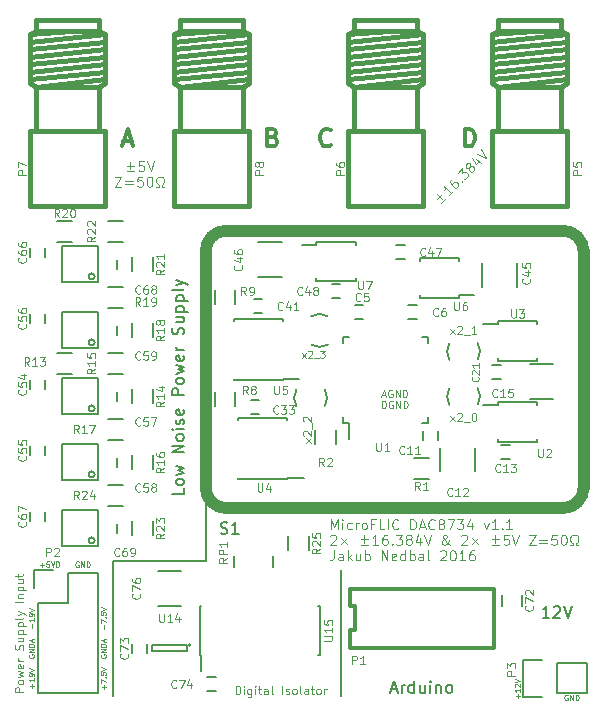
<source format=gto>
G04 #@! TF.FileFunction,Legend,Top*
%FSLAX46Y46*%
G04 Gerber Fmt 4.6, Leading zero omitted, Abs format (unit mm)*
G04 Created by KiCad (PCBNEW 4.0.2-4+6225~38~ubuntu14.04.1-stable) date Thu 10 Mar 2016 14:09:46 GMT*
%MOMM*%
G01*
G04 APERTURE LIST*
%ADD10C,0.100000*%
%ADD11C,0.110000*%
%ADD12C,0.150000*%
%ADD13C,0.300000*%
%ADD14C,0.200000*%
%ADD15C,0.125000*%
%ADD16C,1.000000*%
%ADD17C,0.152400*%
%ADD18C,0.381000*%
G04 APERTURE END LIST*
D10*
X147485143Y-149254000D02*
X147442286Y-149232571D01*
X147378000Y-149232571D01*
X147313715Y-149254000D01*
X147270857Y-149296857D01*
X147249429Y-149339714D01*
X147228000Y-149425429D01*
X147228000Y-149489714D01*
X147249429Y-149575429D01*
X147270857Y-149618286D01*
X147313715Y-149661143D01*
X147378000Y-149682571D01*
X147420857Y-149682571D01*
X147485143Y-149661143D01*
X147506572Y-149639714D01*
X147506572Y-149489714D01*
X147420857Y-149489714D01*
X147699429Y-149682571D02*
X147699429Y-149232571D01*
X147956572Y-149682571D01*
X147956572Y-149232571D01*
X148170858Y-149682571D02*
X148170858Y-149232571D01*
X148278001Y-149232571D01*
X148342286Y-149254000D01*
X148385144Y-149296857D01*
X148406572Y-149339714D01*
X148428001Y-149425429D01*
X148428001Y-149489714D01*
X148406572Y-149575429D01*
X148385144Y-149618286D01*
X148342286Y-149661143D01*
X148278001Y-149682571D01*
X148170858Y-149682571D01*
X143288143Y-149509856D02*
X143288143Y-149166999D01*
X143459571Y-149338428D02*
X143116714Y-149338428D01*
X143459571Y-148716999D02*
X143459571Y-148974142D01*
X143459571Y-148845570D02*
X143009571Y-148845570D01*
X143073857Y-148888427D01*
X143116714Y-148931285D01*
X143138143Y-148974142D01*
X143052429Y-148545571D02*
X143031000Y-148524142D01*
X143009571Y-148481285D01*
X143009571Y-148374142D01*
X143031000Y-148331285D01*
X143052429Y-148309856D01*
X143095286Y-148288428D01*
X143138143Y-148288428D01*
X143202429Y-148309856D01*
X143459571Y-148566999D01*
X143459571Y-148288428D01*
X143009571Y-148159857D02*
X143459571Y-148009857D01*
X143009571Y-147859857D01*
X108236143Y-148727999D02*
X108236143Y-148385142D01*
X108407571Y-148556571D02*
X108064714Y-148556571D01*
X107957571Y-148213713D02*
X107957571Y-147913713D01*
X108407571Y-148106570D01*
X108364714Y-147742285D02*
X108386143Y-147720857D01*
X108407571Y-147742285D01*
X108386143Y-147763714D01*
X108364714Y-147742285D01*
X108407571Y-147742285D01*
X107957571Y-147313713D02*
X107957571Y-147527999D01*
X108171857Y-147549428D01*
X108150429Y-147527999D01*
X108129000Y-147485142D01*
X108129000Y-147377999D01*
X108150429Y-147335142D01*
X108171857Y-147313713D01*
X108214714Y-147292285D01*
X108321857Y-147292285D01*
X108364714Y-147313713D01*
X108386143Y-147335142D01*
X108407571Y-147377999D01*
X108407571Y-147485142D01*
X108386143Y-147527999D01*
X108364714Y-147549428D01*
X107957571Y-147163714D02*
X108407571Y-147013714D01*
X107957571Y-146863714D01*
X107979000Y-145823714D02*
X107957571Y-145866571D01*
X107957571Y-145930857D01*
X107979000Y-145995142D01*
X108021857Y-146038000D01*
X108064714Y-146059428D01*
X108150429Y-146080857D01*
X108214714Y-146080857D01*
X108300429Y-146059428D01*
X108343286Y-146038000D01*
X108386143Y-145995142D01*
X108407571Y-145930857D01*
X108407571Y-145888000D01*
X108386143Y-145823714D01*
X108364714Y-145802285D01*
X108214714Y-145802285D01*
X108214714Y-145888000D01*
X108407571Y-145609428D02*
X107957571Y-145609428D01*
X108407571Y-145352285D01*
X107957571Y-145352285D01*
X108407571Y-145137999D02*
X107957571Y-145137999D01*
X107957571Y-145030856D01*
X107979000Y-144966571D01*
X108021857Y-144923713D01*
X108064714Y-144902285D01*
X108150429Y-144880856D01*
X108214714Y-144880856D01*
X108300429Y-144902285D01*
X108343286Y-144923713D01*
X108386143Y-144966571D01*
X108407571Y-145030856D01*
X108407571Y-145137999D01*
X108279000Y-144709428D02*
X108279000Y-144495142D01*
X108407571Y-144752285D02*
X107957571Y-144602285D01*
X108407571Y-144452285D01*
X108236143Y-143647999D02*
X108236143Y-143305142D01*
X107957571Y-143133713D02*
X107957571Y-142833713D01*
X108407571Y-143026570D01*
X108364714Y-142662285D02*
X108386143Y-142640857D01*
X108407571Y-142662285D01*
X108386143Y-142683714D01*
X108364714Y-142662285D01*
X108407571Y-142662285D01*
X107957571Y-142233713D02*
X107957571Y-142447999D01*
X108171857Y-142469428D01*
X108150429Y-142447999D01*
X108129000Y-142405142D01*
X108129000Y-142297999D01*
X108150429Y-142255142D01*
X108171857Y-142233713D01*
X108214714Y-142212285D01*
X108321857Y-142212285D01*
X108364714Y-142233713D01*
X108386143Y-142255142D01*
X108407571Y-142297999D01*
X108407571Y-142405142D01*
X108386143Y-142447999D01*
X108364714Y-142469428D01*
X107957571Y-142083714D02*
X108407571Y-141933714D01*
X107957571Y-141783714D01*
X106083143Y-137951000D02*
X106040286Y-137929571D01*
X105976000Y-137929571D01*
X105911715Y-137951000D01*
X105868857Y-137993857D01*
X105847429Y-138036714D01*
X105826000Y-138122429D01*
X105826000Y-138186714D01*
X105847429Y-138272429D01*
X105868857Y-138315286D01*
X105911715Y-138358143D01*
X105976000Y-138379571D01*
X106018857Y-138379571D01*
X106083143Y-138358143D01*
X106104572Y-138336714D01*
X106104572Y-138186714D01*
X106018857Y-138186714D01*
X106297429Y-138379571D02*
X106297429Y-137929571D01*
X106554572Y-138379571D01*
X106554572Y-137929571D01*
X106768858Y-138379571D02*
X106768858Y-137929571D01*
X106876001Y-137929571D01*
X106940286Y-137951000D01*
X106983144Y-137993857D01*
X107004572Y-138036714D01*
X107026001Y-138122429D01*
X107026001Y-138186714D01*
X107004572Y-138272429D01*
X106983144Y-138315286D01*
X106940286Y-138358143D01*
X106876001Y-138379571D01*
X106768858Y-138379571D01*
X102828429Y-138208143D02*
X103171286Y-138208143D01*
X102999857Y-138379571D02*
X102999857Y-138036714D01*
X103599858Y-137929571D02*
X103385572Y-137929571D01*
X103364143Y-138143857D01*
X103385572Y-138122429D01*
X103428429Y-138101000D01*
X103535572Y-138101000D01*
X103578429Y-138122429D01*
X103599858Y-138143857D01*
X103621286Y-138186714D01*
X103621286Y-138293857D01*
X103599858Y-138336714D01*
X103578429Y-138358143D01*
X103535572Y-138379571D01*
X103428429Y-138379571D01*
X103385572Y-138358143D01*
X103364143Y-138336714D01*
X103749857Y-137929571D02*
X103899857Y-138379571D01*
X104049857Y-137929571D01*
X104199857Y-138379571D02*
X104199857Y-137929571D01*
X104307000Y-137929571D01*
X104371285Y-137951000D01*
X104414143Y-137993857D01*
X104435571Y-138036714D01*
X104457000Y-138122429D01*
X104457000Y-138186714D01*
X104435571Y-138272429D01*
X104414143Y-138315286D01*
X104371285Y-138358143D01*
X104307000Y-138379571D01*
X104199857Y-138379571D01*
X102140143Y-143540856D02*
X102140143Y-143197999D01*
X102311571Y-142747999D02*
X102311571Y-143005142D01*
X102311571Y-142876570D02*
X101861571Y-142876570D01*
X101925857Y-142919427D01*
X101968714Y-142962285D01*
X101990143Y-143005142D01*
X102311571Y-142533714D02*
X102311571Y-142447999D01*
X102290143Y-142405142D01*
X102268714Y-142383714D01*
X102204429Y-142340856D01*
X102118714Y-142319428D01*
X101947286Y-142319428D01*
X101904429Y-142340856D01*
X101883000Y-142362285D01*
X101861571Y-142405142D01*
X101861571Y-142490856D01*
X101883000Y-142533714D01*
X101904429Y-142555142D01*
X101947286Y-142576571D01*
X102054429Y-142576571D01*
X102097286Y-142555142D01*
X102118714Y-142533714D01*
X102140143Y-142490856D01*
X102140143Y-142405142D01*
X102118714Y-142362285D01*
X102097286Y-142340856D01*
X102054429Y-142319428D01*
X101861571Y-142190857D02*
X102311571Y-142040857D01*
X101861571Y-141890857D01*
X101883000Y-145823714D02*
X101861571Y-145866571D01*
X101861571Y-145930857D01*
X101883000Y-145995142D01*
X101925857Y-146038000D01*
X101968714Y-146059428D01*
X102054429Y-146080857D01*
X102118714Y-146080857D01*
X102204429Y-146059428D01*
X102247286Y-146038000D01*
X102290143Y-145995142D01*
X102311571Y-145930857D01*
X102311571Y-145888000D01*
X102290143Y-145823714D01*
X102268714Y-145802285D01*
X102118714Y-145802285D01*
X102118714Y-145888000D01*
X102311571Y-145609428D02*
X101861571Y-145609428D01*
X102311571Y-145352285D01*
X101861571Y-145352285D01*
X102311571Y-145137999D02*
X101861571Y-145137999D01*
X101861571Y-145030856D01*
X101883000Y-144966571D01*
X101925857Y-144923713D01*
X101968714Y-144902285D01*
X102054429Y-144880856D01*
X102118714Y-144880856D01*
X102204429Y-144902285D01*
X102247286Y-144923713D01*
X102290143Y-144966571D01*
X102311571Y-145030856D01*
X102311571Y-145137999D01*
X102183000Y-144709428D02*
X102183000Y-144495142D01*
X102311571Y-144752285D02*
X101861571Y-144602285D01*
X102311571Y-144452285D01*
X102140143Y-148620856D02*
X102140143Y-148277999D01*
X102311571Y-148449428D02*
X101968714Y-148449428D01*
X102311571Y-147827999D02*
X102311571Y-148085142D01*
X102311571Y-147956570D02*
X101861571Y-147956570D01*
X101925857Y-147999427D01*
X101968714Y-148042285D01*
X101990143Y-148085142D01*
X102311571Y-147613714D02*
X102311571Y-147527999D01*
X102290143Y-147485142D01*
X102268714Y-147463714D01*
X102204429Y-147420856D01*
X102118714Y-147399428D01*
X101947286Y-147399428D01*
X101904429Y-147420856D01*
X101883000Y-147442285D01*
X101861571Y-147485142D01*
X101861571Y-147570856D01*
X101883000Y-147613714D01*
X101904429Y-147635142D01*
X101947286Y-147656571D01*
X102054429Y-147656571D01*
X102097286Y-147635142D01*
X102118714Y-147613714D01*
X102140143Y-147570856D01*
X102140143Y-147485142D01*
X102118714Y-147442285D01*
X102097286Y-147420856D01*
X102054429Y-147399428D01*
X101861571Y-147270857D02*
X102311571Y-147120857D01*
X101861571Y-146970857D01*
X131784858Y-123836000D02*
X132070572Y-123836000D01*
X131727715Y-124007429D02*
X131927715Y-123407429D01*
X132127715Y-124007429D01*
X132642001Y-123436000D02*
X132584858Y-123407429D01*
X132499144Y-123407429D01*
X132413429Y-123436000D01*
X132356287Y-123493143D01*
X132327715Y-123550286D01*
X132299144Y-123664571D01*
X132299144Y-123750286D01*
X132327715Y-123864571D01*
X132356287Y-123921714D01*
X132413429Y-123978857D01*
X132499144Y-124007429D01*
X132556287Y-124007429D01*
X132642001Y-123978857D01*
X132670572Y-123950286D01*
X132670572Y-123750286D01*
X132556287Y-123750286D01*
X132927715Y-124007429D02*
X132927715Y-123407429D01*
X133270572Y-124007429D01*
X133270572Y-123407429D01*
X133556286Y-124007429D02*
X133556286Y-123407429D01*
X133699143Y-123407429D01*
X133784858Y-123436000D01*
X133842000Y-123493143D01*
X133870572Y-123550286D01*
X133899143Y-123664571D01*
X133899143Y-123750286D01*
X133870572Y-123864571D01*
X133842000Y-123921714D01*
X133784858Y-123978857D01*
X133699143Y-124007429D01*
X133556286Y-124007429D01*
X131770572Y-124947429D02*
X131770572Y-124347429D01*
X131913429Y-124347429D01*
X131999144Y-124376000D01*
X132056286Y-124433143D01*
X132084858Y-124490286D01*
X132113429Y-124604571D01*
X132113429Y-124690286D01*
X132084858Y-124804571D01*
X132056286Y-124861714D01*
X131999144Y-124918857D01*
X131913429Y-124947429D01*
X131770572Y-124947429D01*
X132684858Y-124376000D02*
X132627715Y-124347429D01*
X132542001Y-124347429D01*
X132456286Y-124376000D01*
X132399144Y-124433143D01*
X132370572Y-124490286D01*
X132342001Y-124604571D01*
X132342001Y-124690286D01*
X132370572Y-124804571D01*
X132399144Y-124861714D01*
X132456286Y-124918857D01*
X132542001Y-124947429D01*
X132599144Y-124947429D01*
X132684858Y-124918857D01*
X132713429Y-124890286D01*
X132713429Y-124690286D01*
X132599144Y-124690286D01*
X132970572Y-124947429D02*
X132970572Y-124347429D01*
X133313429Y-124947429D01*
X133313429Y-124347429D01*
X133599143Y-124947429D02*
X133599143Y-124347429D01*
X133742000Y-124347429D01*
X133827715Y-124376000D01*
X133884857Y-124433143D01*
X133913429Y-124490286D01*
X133942000Y-124604571D01*
X133942000Y-124690286D01*
X133913429Y-124804571D01*
X133884857Y-124861714D01*
X133827715Y-124918857D01*
X133742000Y-124947429D01*
X133599143Y-124947429D01*
D11*
X101408667Y-148984664D02*
X100708667Y-148984664D01*
X100708667Y-148717998D01*
X100742000Y-148651331D01*
X100775333Y-148617998D01*
X100842000Y-148584664D01*
X100942000Y-148584664D01*
X101008667Y-148617998D01*
X101042000Y-148651331D01*
X101075333Y-148717998D01*
X101075333Y-148984664D01*
X101408667Y-148184664D02*
X101375333Y-148251331D01*
X101342000Y-148284664D01*
X101275333Y-148317998D01*
X101075333Y-148317998D01*
X101008667Y-148284664D01*
X100975333Y-148251331D01*
X100942000Y-148184664D01*
X100942000Y-148084664D01*
X100975333Y-148017998D01*
X101008667Y-147984664D01*
X101075333Y-147951331D01*
X101275333Y-147951331D01*
X101342000Y-147984664D01*
X101375333Y-148017998D01*
X101408667Y-148084664D01*
X101408667Y-148184664D01*
X100942000Y-147717998D02*
X101408667Y-147584665D01*
X101075333Y-147451331D01*
X101408667Y-147317998D01*
X100942000Y-147184665D01*
X101375333Y-146651332D02*
X101408667Y-146717998D01*
X101408667Y-146851332D01*
X101375333Y-146917998D01*
X101308667Y-146951332D01*
X101042000Y-146951332D01*
X100975333Y-146917998D01*
X100942000Y-146851332D01*
X100942000Y-146717998D01*
X100975333Y-146651332D01*
X101042000Y-146617998D01*
X101108667Y-146617998D01*
X101175333Y-146951332D01*
X101408667Y-146317998D02*
X100942000Y-146317998D01*
X101075333Y-146317998D02*
X101008667Y-146284665D01*
X100975333Y-146251332D01*
X100942000Y-146184665D01*
X100942000Y-146117998D01*
X101375333Y-145384666D02*
X101408667Y-145284666D01*
X101408667Y-145117999D01*
X101375333Y-145051332D01*
X101342000Y-145017999D01*
X101275333Y-144984666D01*
X101208667Y-144984666D01*
X101142000Y-145017999D01*
X101108667Y-145051332D01*
X101075333Y-145117999D01*
X101042000Y-145251332D01*
X101008667Y-145317999D01*
X100975333Y-145351332D01*
X100908667Y-145384666D01*
X100842000Y-145384666D01*
X100775333Y-145351332D01*
X100742000Y-145317999D01*
X100708667Y-145251332D01*
X100708667Y-145084666D01*
X100742000Y-144984666D01*
X100942000Y-144384665D02*
X101408667Y-144384665D01*
X100942000Y-144684665D02*
X101308667Y-144684665D01*
X101375333Y-144651332D01*
X101408667Y-144584665D01*
X101408667Y-144484665D01*
X101375333Y-144417999D01*
X101342000Y-144384665D01*
X100942000Y-144051332D02*
X101642000Y-144051332D01*
X100975333Y-144051332D02*
X100942000Y-143984666D01*
X100942000Y-143851332D01*
X100975333Y-143784666D01*
X101008667Y-143751332D01*
X101075333Y-143717999D01*
X101275333Y-143717999D01*
X101342000Y-143751332D01*
X101375333Y-143784666D01*
X101408667Y-143851332D01*
X101408667Y-143984666D01*
X101375333Y-144051332D01*
X100942000Y-143417999D02*
X101642000Y-143417999D01*
X100975333Y-143417999D02*
X100942000Y-143351333D01*
X100942000Y-143217999D01*
X100975333Y-143151333D01*
X101008667Y-143117999D01*
X101075333Y-143084666D01*
X101275333Y-143084666D01*
X101342000Y-143117999D01*
X101375333Y-143151333D01*
X101408667Y-143217999D01*
X101408667Y-143351333D01*
X101375333Y-143417999D01*
X101408667Y-142684666D02*
X101375333Y-142751333D01*
X101308667Y-142784666D01*
X100708667Y-142784666D01*
X100942000Y-142484666D02*
X101408667Y-142317999D01*
X100942000Y-142151333D02*
X101408667Y-142317999D01*
X101575333Y-142384666D01*
X101608667Y-142417999D01*
X101642000Y-142484666D01*
X101408667Y-141351333D02*
X100708667Y-141351333D01*
X100942000Y-141018000D02*
X101408667Y-141018000D01*
X101008667Y-141018000D02*
X100975333Y-140984667D01*
X100942000Y-140918000D01*
X100942000Y-140818000D01*
X100975333Y-140751334D01*
X101042000Y-140718000D01*
X101408667Y-140718000D01*
X100942000Y-140384667D02*
X101642000Y-140384667D01*
X100975333Y-140384667D02*
X100942000Y-140318001D01*
X100942000Y-140184667D01*
X100975333Y-140118001D01*
X101008667Y-140084667D01*
X101075333Y-140051334D01*
X101275333Y-140051334D01*
X101342000Y-140084667D01*
X101375333Y-140118001D01*
X101408667Y-140184667D01*
X101408667Y-140318001D01*
X101375333Y-140384667D01*
X100942000Y-139451334D02*
X101408667Y-139451334D01*
X100942000Y-139751334D02*
X101308667Y-139751334D01*
X101375333Y-139718001D01*
X101408667Y-139651334D01*
X101408667Y-139551334D01*
X101375333Y-139484668D01*
X101342000Y-139451334D01*
X100942000Y-139218001D02*
X100942000Y-138951335D01*
X100708667Y-139118001D02*
X101308667Y-139118001D01*
X101375333Y-139084668D01*
X101408667Y-139018001D01*
X101408667Y-138951335D01*
D12*
X145938953Y-142692381D02*
X145367524Y-142692381D01*
X145653238Y-142692381D02*
X145653238Y-141692381D01*
X145558000Y-141835238D01*
X145462762Y-141930476D01*
X145367524Y-141978095D01*
X146319905Y-141787619D02*
X146367524Y-141740000D01*
X146462762Y-141692381D01*
X146700858Y-141692381D01*
X146796096Y-141740000D01*
X146843715Y-141787619D01*
X146891334Y-141882857D01*
X146891334Y-141978095D01*
X146843715Y-142120952D01*
X146272286Y-142692381D01*
X146891334Y-142692381D01*
X147177048Y-141692381D02*
X147510381Y-142692381D01*
X147843715Y-141692381D01*
D10*
X110159143Y-104409810D02*
X110806762Y-104409810D01*
X110482952Y-104733619D02*
X110482952Y-104086000D01*
X110806762Y-104895524D02*
X110159143Y-104895524D01*
X111616286Y-104045524D02*
X111211524Y-104045524D01*
X111171048Y-104450286D01*
X111211524Y-104409810D01*
X111292476Y-104369333D01*
X111494857Y-104369333D01*
X111575810Y-104409810D01*
X111616286Y-104450286D01*
X111656762Y-104531238D01*
X111656762Y-104733619D01*
X111616286Y-104814571D01*
X111575810Y-104855048D01*
X111494857Y-104895524D01*
X111292476Y-104895524D01*
X111211524Y-104855048D01*
X111171048Y-104814571D01*
X111899619Y-104045524D02*
X112182953Y-104895524D01*
X112466286Y-104045524D01*
X109147238Y-105335524D02*
X109713904Y-105335524D01*
X109147238Y-106185524D01*
X109713904Y-106185524D01*
X110037714Y-105740286D02*
X110685333Y-105740286D01*
X110685333Y-105983143D02*
X110037714Y-105983143D01*
X111494857Y-105335524D02*
X111090095Y-105335524D01*
X111049619Y-105740286D01*
X111090095Y-105699810D01*
X111171047Y-105659333D01*
X111373428Y-105659333D01*
X111454381Y-105699810D01*
X111494857Y-105740286D01*
X111535333Y-105821238D01*
X111535333Y-106023619D01*
X111494857Y-106104571D01*
X111454381Y-106145048D01*
X111373428Y-106185524D01*
X111171047Y-106185524D01*
X111090095Y-106145048D01*
X111049619Y-106104571D01*
X112061524Y-105335524D02*
X112142476Y-105335524D01*
X112223428Y-105376000D01*
X112263905Y-105416476D01*
X112304381Y-105497429D01*
X112344857Y-105659333D01*
X112344857Y-105861714D01*
X112304381Y-106023619D01*
X112263905Y-106104571D01*
X112223428Y-106145048D01*
X112142476Y-106185524D01*
X112061524Y-106185524D01*
X111980571Y-106145048D01*
X111940095Y-106104571D01*
X111899619Y-106023619D01*
X111859143Y-105861714D01*
X111859143Y-105659333D01*
X111899619Y-105497429D01*
X111940095Y-105416476D01*
X111980571Y-105376000D01*
X112061524Y-105335524D01*
X112668667Y-106185524D02*
X112871048Y-106185524D01*
X112871048Y-106023619D01*
X112790095Y-105983143D01*
X112709143Y-105902190D01*
X112668667Y-105780762D01*
X112668667Y-105578381D01*
X112709143Y-105456952D01*
X112790095Y-105376000D01*
X112911524Y-105335524D01*
X113073429Y-105335524D01*
X113194857Y-105376000D01*
X113275810Y-105456952D01*
X113316286Y-105578381D01*
X113316286Y-105780762D01*
X113275810Y-105902190D01*
X113194857Y-105983143D01*
X113113905Y-106023619D01*
X113113905Y-106185524D01*
X113316286Y-106185524D01*
X136465343Y-107239970D02*
X136896342Y-106808971D01*
X136896342Y-107239970D02*
X136465343Y-106808971D01*
X137219591Y-107132220D02*
X136788592Y-107563219D01*
X137785276Y-106566535D02*
X137462027Y-106889784D01*
X137623652Y-106728159D02*
X137057966Y-106162474D01*
X137084903Y-106297160D01*
X137084903Y-106404911D01*
X137057966Y-106485722D01*
X137704464Y-105515976D02*
X137596714Y-105623726D01*
X137569777Y-105704538D01*
X137569777Y-105758412D01*
X137596714Y-105893100D01*
X137677527Y-106027786D01*
X137893026Y-106243286D01*
X137973838Y-106270223D01*
X138027713Y-106270224D01*
X138108525Y-106243286D01*
X138216275Y-106135536D01*
X138243212Y-106054724D01*
X138243212Y-106000848D01*
X138216275Y-105920037D01*
X138081588Y-105785350D01*
X138000776Y-105758412D01*
X137946900Y-105758413D01*
X137866089Y-105785350D01*
X137758339Y-105893100D01*
X137731401Y-105973912D01*
X137731401Y-106027786D01*
X137758339Y-106108599D01*
X138512586Y-105731475D02*
X138566461Y-105731475D01*
X138566461Y-105785350D01*
X138512587Y-105785350D01*
X138512586Y-105731475D01*
X138566461Y-105785350D01*
X138216275Y-105004165D02*
X138566461Y-104653979D01*
X138593398Y-105058040D01*
X138674211Y-104977228D01*
X138755022Y-104950291D01*
X138808898Y-104950290D01*
X138889710Y-104977228D01*
X139024397Y-105111915D01*
X139051334Y-105192727D01*
X139051334Y-105246602D01*
X139024397Y-105327414D01*
X138862772Y-105489039D01*
X138781960Y-105515976D01*
X138728085Y-105515975D01*
X139132146Y-104573167D02*
X139051334Y-104600105D01*
X138997459Y-104600104D01*
X138916647Y-104573167D01*
X138889710Y-104546229D01*
X138862772Y-104465417D01*
X138862772Y-104411543D01*
X138889710Y-104330730D01*
X138997460Y-104222981D01*
X139078271Y-104196043D01*
X139132146Y-104196043D01*
X139212959Y-104222981D01*
X139239896Y-104249918D01*
X139266833Y-104330729D01*
X139266833Y-104384605D01*
X139239896Y-104465417D01*
X139132146Y-104573167D01*
X139105209Y-104653979D01*
X139105209Y-104707854D01*
X139132146Y-104788666D01*
X139239896Y-104896416D01*
X139320708Y-104923353D01*
X139374583Y-104923354D01*
X139455395Y-104896416D01*
X139563145Y-104788666D01*
X139590082Y-104707854D01*
X139590082Y-104653978D01*
X139563145Y-104573167D01*
X139455395Y-104465417D01*
X139374583Y-104438479D01*
X139320708Y-104438480D01*
X139239896Y-104465417D01*
X139778644Y-103818919D02*
X140155768Y-104196043D01*
X139428458Y-103738108D02*
X139697832Y-104276855D01*
X140048018Y-103926669D01*
X139805582Y-103414859D02*
X140559829Y-103791982D01*
X140182706Y-103037735D01*
D13*
X138799143Y-102786571D02*
X138799143Y-101286571D01*
X139156286Y-101286571D01*
X139370571Y-101358000D01*
X139513429Y-101500857D01*
X139584857Y-101643714D01*
X139656286Y-101929429D01*
X139656286Y-102143714D01*
X139584857Y-102429429D01*
X139513429Y-102572286D01*
X139370571Y-102715143D01*
X139156286Y-102786571D01*
X138799143Y-102786571D01*
X127464286Y-102643714D02*
X127392857Y-102715143D01*
X127178571Y-102786571D01*
X127035714Y-102786571D01*
X126821429Y-102715143D01*
X126678571Y-102572286D01*
X126607143Y-102429429D01*
X126535714Y-102143714D01*
X126535714Y-101929429D01*
X126607143Y-101643714D01*
X126678571Y-101500857D01*
X126821429Y-101358000D01*
X127035714Y-101286571D01*
X127178571Y-101286571D01*
X127392857Y-101358000D01*
X127464286Y-101429429D01*
X122535143Y-102000857D02*
X122749429Y-102072286D01*
X122820857Y-102143714D01*
X122892286Y-102286571D01*
X122892286Y-102500857D01*
X122820857Y-102643714D01*
X122749429Y-102715143D01*
X122606571Y-102786571D01*
X122035143Y-102786571D01*
X122035143Y-101286571D01*
X122535143Y-101286571D01*
X122678000Y-101358000D01*
X122749429Y-101429429D01*
X122820857Y-101572286D01*
X122820857Y-101715143D01*
X122749429Y-101858000D01*
X122678000Y-101929429D01*
X122535143Y-102000857D01*
X122035143Y-102000857D01*
X109878857Y-102358000D02*
X110593143Y-102358000D01*
X109736000Y-102786571D02*
X110236000Y-101286571D01*
X110736000Y-102786571D01*
D12*
X115006381Y-131737620D02*
X115006381Y-132213811D01*
X114006381Y-132213811D01*
X115006381Y-131261430D02*
X114958762Y-131356668D01*
X114911143Y-131404287D01*
X114815905Y-131451906D01*
X114530190Y-131451906D01*
X114434952Y-131404287D01*
X114387333Y-131356668D01*
X114339714Y-131261430D01*
X114339714Y-131118572D01*
X114387333Y-131023334D01*
X114434952Y-130975715D01*
X114530190Y-130928096D01*
X114815905Y-130928096D01*
X114911143Y-130975715D01*
X114958762Y-131023334D01*
X115006381Y-131118572D01*
X115006381Y-131261430D01*
X114339714Y-130594763D02*
X115006381Y-130404287D01*
X114530190Y-130213810D01*
X115006381Y-130023334D01*
X114339714Y-129832858D01*
X115006381Y-128690001D02*
X114006381Y-128690001D01*
X115006381Y-128118572D01*
X114006381Y-128118572D01*
X115006381Y-127499525D02*
X114958762Y-127594763D01*
X114911143Y-127642382D01*
X114815905Y-127690001D01*
X114530190Y-127690001D01*
X114434952Y-127642382D01*
X114387333Y-127594763D01*
X114339714Y-127499525D01*
X114339714Y-127356667D01*
X114387333Y-127261429D01*
X114434952Y-127213810D01*
X114530190Y-127166191D01*
X114815905Y-127166191D01*
X114911143Y-127213810D01*
X114958762Y-127261429D01*
X115006381Y-127356667D01*
X115006381Y-127499525D01*
X115006381Y-126737620D02*
X114339714Y-126737620D01*
X114006381Y-126737620D02*
X114054000Y-126785239D01*
X114101619Y-126737620D01*
X114054000Y-126690001D01*
X114006381Y-126737620D01*
X114101619Y-126737620D01*
X114958762Y-126309049D02*
X115006381Y-126213811D01*
X115006381Y-126023335D01*
X114958762Y-125928096D01*
X114863524Y-125880477D01*
X114815905Y-125880477D01*
X114720667Y-125928096D01*
X114673048Y-126023335D01*
X114673048Y-126166192D01*
X114625429Y-126261430D01*
X114530190Y-126309049D01*
X114482571Y-126309049D01*
X114387333Y-126261430D01*
X114339714Y-126166192D01*
X114339714Y-126023335D01*
X114387333Y-125928096D01*
X114958762Y-125070953D02*
X115006381Y-125166191D01*
X115006381Y-125356668D01*
X114958762Y-125451906D01*
X114863524Y-125499525D01*
X114482571Y-125499525D01*
X114387333Y-125451906D01*
X114339714Y-125356668D01*
X114339714Y-125166191D01*
X114387333Y-125070953D01*
X114482571Y-125023334D01*
X114577810Y-125023334D01*
X114673048Y-125499525D01*
X115006381Y-123832858D02*
X114006381Y-123832858D01*
X114006381Y-123451905D01*
X114054000Y-123356667D01*
X114101619Y-123309048D01*
X114196857Y-123261429D01*
X114339714Y-123261429D01*
X114434952Y-123309048D01*
X114482571Y-123356667D01*
X114530190Y-123451905D01*
X114530190Y-123832858D01*
X115006381Y-122690001D02*
X114958762Y-122785239D01*
X114911143Y-122832858D01*
X114815905Y-122880477D01*
X114530190Y-122880477D01*
X114434952Y-122832858D01*
X114387333Y-122785239D01*
X114339714Y-122690001D01*
X114339714Y-122547143D01*
X114387333Y-122451905D01*
X114434952Y-122404286D01*
X114530190Y-122356667D01*
X114815905Y-122356667D01*
X114911143Y-122404286D01*
X114958762Y-122451905D01*
X115006381Y-122547143D01*
X115006381Y-122690001D01*
X114339714Y-122023334D02*
X115006381Y-121832858D01*
X114530190Y-121642381D01*
X115006381Y-121451905D01*
X114339714Y-121261429D01*
X114958762Y-120499524D02*
X115006381Y-120594762D01*
X115006381Y-120785239D01*
X114958762Y-120880477D01*
X114863524Y-120928096D01*
X114482571Y-120928096D01*
X114387333Y-120880477D01*
X114339714Y-120785239D01*
X114339714Y-120594762D01*
X114387333Y-120499524D01*
X114482571Y-120451905D01*
X114577810Y-120451905D01*
X114673048Y-120928096D01*
X115006381Y-120023334D02*
X114339714Y-120023334D01*
X114530190Y-120023334D02*
X114434952Y-119975715D01*
X114387333Y-119928096D01*
X114339714Y-119832858D01*
X114339714Y-119737619D01*
X114958762Y-118690000D02*
X115006381Y-118547143D01*
X115006381Y-118309047D01*
X114958762Y-118213809D01*
X114911143Y-118166190D01*
X114815905Y-118118571D01*
X114720667Y-118118571D01*
X114625429Y-118166190D01*
X114577810Y-118213809D01*
X114530190Y-118309047D01*
X114482571Y-118499524D01*
X114434952Y-118594762D01*
X114387333Y-118642381D01*
X114292095Y-118690000D01*
X114196857Y-118690000D01*
X114101619Y-118642381D01*
X114054000Y-118594762D01*
X114006381Y-118499524D01*
X114006381Y-118261428D01*
X114054000Y-118118571D01*
X114339714Y-117261428D02*
X115006381Y-117261428D01*
X114339714Y-117690000D02*
X114863524Y-117690000D01*
X114958762Y-117642381D01*
X115006381Y-117547143D01*
X115006381Y-117404285D01*
X114958762Y-117309047D01*
X114911143Y-117261428D01*
X114339714Y-116785238D02*
X115339714Y-116785238D01*
X114387333Y-116785238D02*
X114339714Y-116690000D01*
X114339714Y-116499523D01*
X114387333Y-116404285D01*
X114434952Y-116356666D01*
X114530190Y-116309047D01*
X114815905Y-116309047D01*
X114911143Y-116356666D01*
X114958762Y-116404285D01*
X115006381Y-116499523D01*
X115006381Y-116690000D01*
X114958762Y-116785238D01*
X114339714Y-115880476D02*
X115339714Y-115880476D01*
X114387333Y-115880476D02*
X114339714Y-115785238D01*
X114339714Y-115594761D01*
X114387333Y-115499523D01*
X114434952Y-115451904D01*
X114530190Y-115404285D01*
X114815905Y-115404285D01*
X114911143Y-115451904D01*
X114958762Y-115499523D01*
X115006381Y-115594761D01*
X115006381Y-115785238D01*
X114958762Y-115880476D01*
X115006381Y-114832857D02*
X114958762Y-114928095D01*
X114863524Y-114975714D01*
X114006381Y-114975714D01*
X114339714Y-114547142D02*
X115006381Y-114309047D01*
X114339714Y-114070951D02*
X115006381Y-114309047D01*
X115244476Y-114404285D01*
X115292095Y-114451904D01*
X115339714Y-114547142D01*
D14*
X128270000Y-149352000D02*
X128270000Y-138684000D01*
D15*
X127456381Y-135213524D02*
X127456381Y-134363524D01*
X127739714Y-134970667D01*
X128023048Y-134363524D01*
X128023048Y-135213524D01*
X128427810Y-135213524D02*
X128427810Y-134646857D01*
X128427810Y-134363524D02*
X128387334Y-134404000D01*
X128427810Y-134444476D01*
X128468286Y-134404000D01*
X128427810Y-134363524D01*
X128427810Y-134444476D01*
X129196858Y-135173048D02*
X129115905Y-135213524D01*
X128954001Y-135213524D01*
X128873048Y-135173048D01*
X128832572Y-135132571D01*
X128792096Y-135051619D01*
X128792096Y-134808762D01*
X128832572Y-134727810D01*
X128873048Y-134687333D01*
X128954001Y-134646857D01*
X129115905Y-134646857D01*
X129196858Y-134687333D01*
X129561143Y-135213524D02*
X129561143Y-134646857D01*
X129561143Y-134808762D02*
X129601619Y-134727810D01*
X129642095Y-134687333D01*
X129723048Y-134646857D01*
X129804000Y-134646857D01*
X130208762Y-135213524D02*
X130127809Y-135173048D01*
X130087333Y-135132571D01*
X130046857Y-135051619D01*
X130046857Y-134808762D01*
X130087333Y-134727810D01*
X130127809Y-134687333D01*
X130208762Y-134646857D01*
X130330190Y-134646857D01*
X130411142Y-134687333D01*
X130451619Y-134727810D01*
X130492095Y-134808762D01*
X130492095Y-135051619D01*
X130451619Y-135132571D01*
X130411142Y-135173048D01*
X130330190Y-135213524D01*
X130208762Y-135213524D01*
X131139714Y-134768286D02*
X130856381Y-134768286D01*
X130856381Y-135213524D02*
X130856381Y-134363524D01*
X131261143Y-134363524D01*
X131989714Y-135213524D02*
X131584952Y-135213524D01*
X131584952Y-134363524D01*
X132273047Y-135213524D02*
X132273047Y-134363524D01*
X133163523Y-135132571D02*
X133123047Y-135173048D01*
X133001618Y-135213524D01*
X132920666Y-135213524D01*
X132799238Y-135173048D01*
X132718285Y-135092095D01*
X132677809Y-135011143D01*
X132637333Y-134849238D01*
X132637333Y-134727810D01*
X132677809Y-134565905D01*
X132718285Y-134484952D01*
X132799238Y-134404000D01*
X132920666Y-134363524D01*
X133001618Y-134363524D01*
X133123047Y-134404000D01*
X133163523Y-134444476D01*
X134175428Y-135213524D02*
X134175428Y-134363524D01*
X134377809Y-134363524D01*
X134499237Y-134404000D01*
X134580190Y-134484952D01*
X134620666Y-134565905D01*
X134661142Y-134727810D01*
X134661142Y-134849238D01*
X134620666Y-135011143D01*
X134580190Y-135092095D01*
X134499237Y-135173048D01*
X134377809Y-135213524D01*
X134175428Y-135213524D01*
X134984952Y-134970667D02*
X135389714Y-134970667D01*
X134903999Y-135213524D02*
X135187333Y-134363524D01*
X135470666Y-135213524D01*
X136239713Y-135132571D02*
X136199237Y-135173048D01*
X136077808Y-135213524D01*
X135996856Y-135213524D01*
X135875428Y-135173048D01*
X135794475Y-135092095D01*
X135753999Y-135011143D01*
X135713523Y-134849238D01*
X135713523Y-134727810D01*
X135753999Y-134565905D01*
X135794475Y-134484952D01*
X135875428Y-134404000D01*
X135996856Y-134363524D01*
X136077808Y-134363524D01*
X136199237Y-134404000D01*
X136239713Y-134444476D01*
X136725428Y-134727810D02*
X136644475Y-134687333D01*
X136603999Y-134646857D01*
X136563523Y-134565905D01*
X136563523Y-134525429D01*
X136603999Y-134444476D01*
X136644475Y-134404000D01*
X136725428Y-134363524D01*
X136887332Y-134363524D01*
X136968285Y-134404000D01*
X137008761Y-134444476D01*
X137049237Y-134525429D01*
X137049237Y-134565905D01*
X137008761Y-134646857D01*
X136968285Y-134687333D01*
X136887332Y-134727810D01*
X136725428Y-134727810D01*
X136644475Y-134768286D01*
X136603999Y-134808762D01*
X136563523Y-134889714D01*
X136563523Y-135051619D01*
X136603999Y-135132571D01*
X136644475Y-135173048D01*
X136725428Y-135213524D01*
X136887332Y-135213524D01*
X136968285Y-135173048D01*
X137008761Y-135132571D01*
X137049237Y-135051619D01*
X137049237Y-134889714D01*
X137008761Y-134808762D01*
X136968285Y-134768286D01*
X136887332Y-134727810D01*
X137332571Y-134363524D02*
X137899237Y-134363524D01*
X137534952Y-135213524D01*
X138142095Y-134363524D02*
X138668285Y-134363524D01*
X138384952Y-134687333D01*
X138506380Y-134687333D01*
X138587333Y-134727810D01*
X138627809Y-134768286D01*
X138668285Y-134849238D01*
X138668285Y-135051619D01*
X138627809Y-135132571D01*
X138587333Y-135173048D01*
X138506380Y-135213524D01*
X138263523Y-135213524D01*
X138182571Y-135173048D01*
X138142095Y-135132571D01*
X139396857Y-134646857D02*
X139396857Y-135213524D01*
X139194476Y-134323048D02*
X138992095Y-134930190D01*
X139518285Y-134930190D01*
X140408762Y-134646857D02*
X140611143Y-135213524D01*
X140813523Y-134646857D01*
X141582571Y-135213524D02*
X141096857Y-135213524D01*
X141339714Y-135213524D02*
X141339714Y-134363524D01*
X141258762Y-134484952D01*
X141177809Y-134565905D01*
X141096857Y-134606381D01*
X141946857Y-135132571D02*
X141987333Y-135173048D01*
X141946857Y-135213524D01*
X141906381Y-135173048D01*
X141946857Y-135132571D01*
X141946857Y-135213524D01*
X142796857Y-135213524D02*
X142311143Y-135213524D01*
X142554000Y-135213524D02*
X142554000Y-134363524D01*
X142473048Y-134484952D01*
X142392095Y-134565905D01*
X142311143Y-134606381D01*
X127415905Y-135759476D02*
X127456381Y-135719000D01*
X127537333Y-135678524D01*
X127739714Y-135678524D01*
X127820667Y-135719000D01*
X127861143Y-135759476D01*
X127901619Y-135840429D01*
X127901619Y-135921381D01*
X127861143Y-136042810D01*
X127375429Y-136528524D01*
X127901619Y-136528524D01*
X128346857Y-135961857D02*
X128832572Y-136447571D01*
X128832572Y-135961857D02*
X128346857Y-136447571D01*
X129965905Y-136042810D02*
X130613524Y-136042810D01*
X130289714Y-136366619D02*
X130289714Y-135719000D01*
X130613524Y-136528524D02*
X129965905Y-136528524D01*
X131463524Y-136528524D02*
X130977810Y-136528524D01*
X131220667Y-136528524D02*
X131220667Y-135678524D01*
X131139715Y-135799952D01*
X131058762Y-135880905D01*
X130977810Y-135921381D01*
X132192096Y-135678524D02*
X132030191Y-135678524D01*
X131949239Y-135719000D01*
X131908762Y-135759476D01*
X131827810Y-135880905D01*
X131787334Y-136042810D01*
X131787334Y-136366619D01*
X131827810Y-136447571D01*
X131868286Y-136488048D01*
X131949239Y-136528524D01*
X132111143Y-136528524D01*
X132192096Y-136488048D01*
X132232572Y-136447571D01*
X132273048Y-136366619D01*
X132273048Y-136164238D01*
X132232572Y-136083286D01*
X132192096Y-136042810D01*
X132111143Y-136002333D01*
X131949239Y-136002333D01*
X131868286Y-136042810D01*
X131827810Y-136083286D01*
X131787334Y-136164238D01*
X132637334Y-136447571D02*
X132677810Y-136488048D01*
X132637334Y-136528524D01*
X132596858Y-136488048D01*
X132637334Y-136447571D01*
X132637334Y-136528524D01*
X132961144Y-135678524D02*
X133487334Y-135678524D01*
X133204001Y-136002333D01*
X133325429Y-136002333D01*
X133406382Y-136042810D01*
X133446858Y-136083286D01*
X133487334Y-136164238D01*
X133487334Y-136366619D01*
X133446858Y-136447571D01*
X133406382Y-136488048D01*
X133325429Y-136528524D01*
X133082572Y-136528524D01*
X133001620Y-136488048D01*
X132961144Y-136447571D01*
X133973049Y-136042810D02*
X133892096Y-136002333D01*
X133851620Y-135961857D01*
X133811144Y-135880905D01*
X133811144Y-135840429D01*
X133851620Y-135759476D01*
X133892096Y-135719000D01*
X133973049Y-135678524D01*
X134134953Y-135678524D01*
X134215906Y-135719000D01*
X134256382Y-135759476D01*
X134296858Y-135840429D01*
X134296858Y-135880905D01*
X134256382Y-135961857D01*
X134215906Y-136002333D01*
X134134953Y-136042810D01*
X133973049Y-136042810D01*
X133892096Y-136083286D01*
X133851620Y-136123762D01*
X133811144Y-136204714D01*
X133811144Y-136366619D01*
X133851620Y-136447571D01*
X133892096Y-136488048D01*
X133973049Y-136528524D01*
X134134953Y-136528524D01*
X134215906Y-136488048D01*
X134256382Y-136447571D01*
X134296858Y-136366619D01*
X134296858Y-136204714D01*
X134256382Y-136123762D01*
X134215906Y-136083286D01*
X134134953Y-136042810D01*
X135025430Y-135961857D02*
X135025430Y-136528524D01*
X134823049Y-135638048D02*
X134620668Y-136245190D01*
X135146858Y-136245190D01*
X135349239Y-135678524D02*
X135632573Y-136528524D01*
X135915906Y-135678524D01*
X137534953Y-136528524D02*
X137494477Y-136528524D01*
X137413525Y-136488048D01*
X137292096Y-136366619D01*
X137089715Y-136123762D01*
X137008763Y-136002333D01*
X136968287Y-135880905D01*
X136968287Y-135799952D01*
X137008763Y-135719000D01*
X137089715Y-135678524D01*
X137130191Y-135678524D01*
X137211144Y-135719000D01*
X137251620Y-135799952D01*
X137251620Y-135840429D01*
X137211144Y-135921381D01*
X137170667Y-135961857D01*
X136927810Y-136123762D01*
X136887334Y-136164238D01*
X136846858Y-136245190D01*
X136846858Y-136366619D01*
X136887334Y-136447571D01*
X136927810Y-136488048D01*
X137008763Y-136528524D01*
X137130191Y-136528524D01*
X137211144Y-136488048D01*
X137251620Y-136447571D01*
X137373048Y-136285667D01*
X137413525Y-136164238D01*
X137413525Y-136083286D01*
X138506382Y-135759476D02*
X138546858Y-135719000D01*
X138627810Y-135678524D01*
X138830191Y-135678524D01*
X138911144Y-135719000D01*
X138951620Y-135759476D01*
X138992096Y-135840429D01*
X138992096Y-135921381D01*
X138951620Y-136042810D01*
X138465906Y-136528524D01*
X138992096Y-136528524D01*
X139437334Y-135961857D02*
X139923049Y-136447571D01*
X139923049Y-135961857D02*
X139437334Y-136447571D01*
X141056382Y-136042810D02*
X141704001Y-136042810D01*
X141380191Y-136366619D02*
X141380191Y-135719000D01*
X141704001Y-136528524D02*
X141056382Y-136528524D01*
X142513525Y-135678524D02*
X142108763Y-135678524D01*
X142068287Y-136083286D01*
X142108763Y-136042810D01*
X142189715Y-136002333D01*
X142392096Y-136002333D01*
X142473049Y-136042810D01*
X142513525Y-136083286D01*
X142554001Y-136164238D01*
X142554001Y-136366619D01*
X142513525Y-136447571D01*
X142473049Y-136488048D01*
X142392096Y-136528524D01*
X142189715Y-136528524D01*
X142108763Y-136488048D01*
X142068287Y-136447571D01*
X142796858Y-135678524D02*
X143080192Y-136528524D01*
X143363525Y-135678524D01*
X144213525Y-135678524D02*
X144780191Y-135678524D01*
X144213525Y-136528524D01*
X144780191Y-136528524D01*
X145104001Y-136083286D02*
X145751620Y-136083286D01*
X145751620Y-136326143D02*
X145104001Y-136326143D01*
X146561144Y-135678524D02*
X146156382Y-135678524D01*
X146115906Y-136083286D01*
X146156382Y-136042810D01*
X146237334Y-136002333D01*
X146439715Y-136002333D01*
X146520668Y-136042810D01*
X146561144Y-136083286D01*
X146601620Y-136164238D01*
X146601620Y-136366619D01*
X146561144Y-136447571D01*
X146520668Y-136488048D01*
X146439715Y-136528524D01*
X146237334Y-136528524D01*
X146156382Y-136488048D01*
X146115906Y-136447571D01*
X147127811Y-135678524D02*
X147208763Y-135678524D01*
X147289715Y-135719000D01*
X147330192Y-135759476D01*
X147370668Y-135840429D01*
X147411144Y-136002333D01*
X147411144Y-136204714D01*
X147370668Y-136366619D01*
X147330192Y-136447571D01*
X147289715Y-136488048D01*
X147208763Y-136528524D01*
X147127811Y-136528524D01*
X147046858Y-136488048D01*
X147006382Y-136447571D01*
X146965906Y-136366619D01*
X146925430Y-136204714D01*
X146925430Y-136002333D01*
X146965906Y-135840429D01*
X147006382Y-135759476D01*
X147046858Y-135719000D01*
X147127811Y-135678524D01*
X147734954Y-136528524D02*
X147937335Y-136528524D01*
X147937335Y-136366619D01*
X147856382Y-136326143D01*
X147775430Y-136245190D01*
X147734954Y-136123762D01*
X147734954Y-135921381D01*
X147775430Y-135799952D01*
X147856382Y-135719000D01*
X147977811Y-135678524D01*
X148139716Y-135678524D01*
X148261144Y-135719000D01*
X148342097Y-135799952D01*
X148382573Y-135921381D01*
X148382573Y-136123762D01*
X148342097Y-136245190D01*
X148261144Y-136326143D01*
X148180192Y-136366619D01*
X148180192Y-136528524D01*
X148382573Y-136528524D01*
X127699238Y-136993524D02*
X127699238Y-137600667D01*
X127658762Y-137722095D01*
X127577810Y-137803048D01*
X127456381Y-137843524D01*
X127375429Y-137843524D01*
X128468286Y-137843524D02*
X128468286Y-137398286D01*
X128427809Y-137317333D01*
X128346857Y-137276857D01*
X128184952Y-137276857D01*
X128104000Y-137317333D01*
X128468286Y-137803048D02*
X128387333Y-137843524D01*
X128184952Y-137843524D01*
X128104000Y-137803048D01*
X128063524Y-137722095D01*
X128063524Y-137641143D01*
X128104000Y-137560190D01*
X128184952Y-137519714D01*
X128387333Y-137519714D01*
X128468286Y-137479238D01*
X128873048Y-137843524D02*
X128873048Y-136993524D01*
X128954000Y-137519714D02*
X129196857Y-137843524D01*
X129196857Y-137276857D02*
X128873048Y-137600667D01*
X129925429Y-137276857D02*
X129925429Y-137843524D01*
X129561143Y-137276857D02*
X129561143Y-137722095D01*
X129601619Y-137803048D01*
X129682572Y-137843524D01*
X129804000Y-137843524D01*
X129884952Y-137803048D01*
X129925429Y-137762571D01*
X130330191Y-137843524D02*
X130330191Y-136993524D01*
X130330191Y-137317333D02*
X130411143Y-137276857D01*
X130573048Y-137276857D01*
X130654000Y-137317333D01*
X130694477Y-137357810D01*
X130734953Y-137438762D01*
X130734953Y-137681619D01*
X130694477Y-137762571D01*
X130654000Y-137803048D01*
X130573048Y-137843524D01*
X130411143Y-137843524D01*
X130330191Y-137803048D01*
X131746858Y-137843524D02*
X131746858Y-136993524D01*
X132232572Y-137843524D01*
X132232572Y-136993524D01*
X132961143Y-137803048D02*
X132880191Y-137843524D01*
X132718286Y-137843524D01*
X132637334Y-137803048D01*
X132596858Y-137722095D01*
X132596858Y-137398286D01*
X132637334Y-137317333D01*
X132718286Y-137276857D01*
X132880191Y-137276857D01*
X132961143Y-137317333D01*
X133001620Y-137398286D01*
X133001620Y-137479238D01*
X132596858Y-137560190D01*
X133730191Y-137843524D02*
X133730191Y-136993524D01*
X133730191Y-137803048D02*
X133649238Y-137843524D01*
X133487334Y-137843524D01*
X133406381Y-137803048D01*
X133365905Y-137762571D01*
X133325429Y-137681619D01*
X133325429Y-137438762D01*
X133365905Y-137357810D01*
X133406381Y-137317333D01*
X133487334Y-137276857D01*
X133649238Y-137276857D01*
X133730191Y-137317333D01*
X134134953Y-137843524D02*
X134134953Y-136993524D01*
X134134953Y-137317333D02*
X134215905Y-137276857D01*
X134377810Y-137276857D01*
X134458762Y-137317333D01*
X134499239Y-137357810D01*
X134539715Y-137438762D01*
X134539715Y-137681619D01*
X134499239Y-137762571D01*
X134458762Y-137803048D01*
X134377810Y-137843524D01*
X134215905Y-137843524D01*
X134134953Y-137803048D01*
X135268287Y-137843524D02*
X135268287Y-137398286D01*
X135227810Y-137317333D01*
X135146858Y-137276857D01*
X134984953Y-137276857D01*
X134904001Y-137317333D01*
X135268287Y-137803048D02*
X135187334Y-137843524D01*
X134984953Y-137843524D01*
X134904001Y-137803048D01*
X134863525Y-137722095D01*
X134863525Y-137641143D01*
X134904001Y-137560190D01*
X134984953Y-137519714D01*
X135187334Y-137519714D01*
X135268287Y-137479238D01*
X135794478Y-137843524D02*
X135713525Y-137803048D01*
X135673049Y-137722095D01*
X135673049Y-136993524D01*
X136725430Y-137074476D02*
X136765906Y-137034000D01*
X136846858Y-136993524D01*
X137049239Y-136993524D01*
X137130192Y-137034000D01*
X137170668Y-137074476D01*
X137211144Y-137155429D01*
X137211144Y-137236381D01*
X137170668Y-137357810D01*
X136684954Y-137843524D01*
X137211144Y-137843524D01*
X137737335Y-136993524D02*
X137818287Y-136993524D01*
X137899239Y-137034000D01*
X137939716Y-137074476D01*
X137980192Y-137155429D01*
X138020668Y-137317333D01*
X138020668Y-137519714D01*
X137980192Y-137681619D01*
X137939716Y-137762571D01*
X137899239Y-137803048D01*
X137818287Y-137843524D01*
X137737335Y-137843524D01*
X137656382Y-137803048D01*
X137615906Y-137762571D01*
X137575430Y-137681619D01*
X137534954Y-137519714D01*
X137534954Y-137317333D01*
X137575430Y-137155429D01*
X137615906Y-137074476D01*
X137656382Y-137034000D01*
X137737335Y-136993524D01*
X138830192Y-137843524D02*
X138344478Y-137843524D01*
X138587335Y-137843524D02*
X138587335Y-136993524D01*
X138506383Y-137114952D01*
X138425430Y-137195905D01*
X138344478Y-137236381D01*
X139558764Y-136993524D02*
X139396859Y-136993524D01*
X139315907Y-137034000D01*
X139275430Y-137074476D01*
X139194478Y-137195905D01*
X139154002Y-137357810D01*
X139154002Y-137681619D01*
X139194478Y-137762571D01*
X139234954Y-137803048D01*
X139315907Y-137843524D01*
X139477811Y-137843524D01*
X139558764Y-137803048D01*
X139599240Y-137762571D01*
X139639716Y-137681619D01*
X139639716Y-137479238D01*
X139599240Y-137398286D01*
X139558764Y-137357810D01*
X139477811Y-137317333D01*
X139315907Y-137317333D01*
X139234954Y-137357810D01*
X139194478Y-137398286D01*
X139154002Y-137479238D01*
D12*
X132532762Y-148756667D02*
X133008953Y-148756667D01*
X132437524Y-149042381D02*
X132770857Y-148042381D01*
X133104191Y-149042381D01*
X133437524Y-149042381D02*
X133437524Y-148375714D01*
X133437524Y-148566190D02*
X133485143Y-148470952D01*
X133532762Y-148423333D01*
X133628000Y-148375714D01*
X133723239Y-148375714D01*
X134485144Y-149042381D02*
X134485144Y-148042381D01*
X134485144Y-148994762D02*
X134389906Y-149042381D01*
X134199429Y-149042381D01*
X134104191Y-148994762D01*
X134056572Y-148947143D01*
X134008953Y-148851905D01*
X134008953Y-148566190D01*
X134056572Y-148470952D01*
X134104191Y-148423333D01*
X134199429Y-148375714D01*
X134389906Y-148375714D01*
X134485144Y-148423333D01*
X135389906Y-148375714D02*
X135389906Y-149042381D01*
X134961334Y-148375714D02*
X134961334Y-148899524D01*
X135008953Y-148994762D01*
X135104191Y-149042381D01*
X135247049Y-149042381D01*
X135342287Y-148994762D01*
X135389906Y-148947143D01*
X135866096Y-149042381D02*
X135866096Y-148375714D01*
X135866096Y-148042381D02*
X135818477Y-148090000D01*
X135866096Y-148137619D01*
X135913715Y-148090000D01*
X135866096Y-148042381D01*
X135866096Y-148137619D01*
X136342286Y-148375714D02*
X136342286Y-149042381D01*
X136342286Y-148470952D02*
X136389905Y-148423333D01*
X136485143Y-148375714D01*
X136628001Y-148375714D01*
X136723239Y-148423333D01*
X136770858Y-148518571D01*
X136770858Y-149042381D01*
X137389905Y-149042381D02*
X137294667Y-148994762D01*
X137247048Y-148947143D01*
X137199429Y-148851905D01*
X137199429Y-148566190D01*
X137247048Y-148470952D01*
X137294667Y-148423333D01*
X137389905Y-148375714D01*
X137532763Y-148375714D01*
X137628001Y-148423333D01*
X137675620Y-148470952D01*
X137723239Y-148566190D01*
X137723239Y-148851905D01*
X137675620Y-148947143D01*
X137628001Y-148994762D01*
X137532763Y-149042381D01*
X137389905Y-149042381D01*
D14*
X108966000Y-137922000D02*
X108966000Y-149352000D01*
X116840000Y-137922000D02*
X116840000Y-132080000D01*
D11*
X119390002Y-149160667D02*
X119390002Y-148460667D01*
X119556668Y-148460667D01*
X119656668Y-148494000D01*
X119723335Y-148560667D01*
X119756668Y-148627333D01*
X119790002Y-148760667D01*
X119790002Y-148860667D01*
X119756668Y-148994000D01*
X119723335Y-149060667D01*
X119656668Y-149127333D01*
X119556668Y-149160667D01*
X119390002Y-149160667D01*
X120090002Y-149160667D02*
X120090002Y-148694000D01*
X120090002Y-148460667D02*
X120056668Y-148494000D01*
X120090002Y-148527333D01*
X120123335Y-148494000D01*
X120090002Y-148460667D01*
X120090002Y-148527333D01*
X120723335Y-148694000D02*
X120723335Y-149260667D01*
X120690001Y-149327333D01*
X120656668Y-149360667D01*
X120590001Y-149394000D01*
X120490001Y-149394000D01*
X120423335Y-149360667D01*
X120723335Y-149127333D02*
X120656668Y-149160667D01*
X120523335Y-149160667D01*
X120456668Y-149127333D01*
X120423335Y-149094000D01*
X120390001Y-149027333D01*
X120390001Y-148827333D01*
X120423335Y-148760667D01*
X120456668Y-148727333D01*
X120523335Y-148694000D01*
X120656668Y-148694000D01*
X120723335Y-148727333D01*
X121056668Y-149160667D02*
X121056668Y-148694000D01*
X121056668Y-148460667D02*
X121023334Y-148494000D01*
X121056668Y-148527333D01*
X121090001Y-148494000D01*
X121056668Y-148460667D01*
X121056668Y-148527333D01*
X121290001Y-148694000D02*
X121556667Y-148694000D01*
X121390001Y-148460667D02*
X121390001Y-149060667D01*
X121423334Y-149127333D01*
X121490001Y-149160667D01*
X121556667Y-149160667D01*
X122090001Y-149160667D02*
X122090001Y-148794000D01*
X122056667Y-148727333D01*
X121990001Y-148694000D01*
X121856667Y-148694000D01*
X121790001Y-148727333D01*
X122090001Y-149127333D02*
X122023334Y-149160667D01*
X121856667Y-149160667D01*
X121790001Y-149127333D01*
X121756667Y-149060667D01*
X121756667Y-148994000D01*
X121790001Y-148927333D01*
X121856667Y-148894000D01*
X122023334Y-148894000D01*
X122090001Y-148860667D01*
X122523334Y-149160667D02*
X122456667Y-149127333D01*
X122423334Y-149060667D01*
X122423334Y-148460667D01*
X123323334Y-149160667D02*
X123323334Y-148460667D01*
X123623333Y-149127333D02*
X123690000Y-149160667D01*
X123823333Y-149160667D01*
X123890000Y-149127333D01*
X123923333Y-149060667D01*
X123923333Y-149027333D01*
X123890000Y-148960667D01*
X123823333Y-148927333D01*
X123723333Y-148927333D01*
X123656667Y-148894000D01*
X123623333Y-148827333D01*
X123623333Y-148794000D01*
X123656667Y-148727333D01*
X123723333Y-148694000D01*
X123823333Y-148694000D01*
X123890000Y-148727333D01*
X124323334Y-149160667D02*
X124256667Y-149127333D01*
X124223334Y-149094000D01*
X124190000Y-149027333D01*
X124190000Y-148827333D01*
X124223334Y-148760667D01*
X124256667Y-148727333D01*
X124323334Y-148694000D01*
X124423334Y-148694000D01*
X124490000Y-148727333D01*
X124523334Y-148760667D01*
X124556667Y-148827333D01*
X124556667Y-149027333D01*
X124523334Y-149094000D01*
X124490000Y-149127333D01*
X124423334Y-149160667D01*
X124323334Y-149160667D01*
X124956667Y-149160667D02*
X124890000Y-149127333D01*
X124856667Y-149060667D01*
X124856667Y-148460667D01*
X125523334Y-149160667D02*
X125523334Y-148794000D01*
X125490000Y-148727333D01*
X125423334Y-148694000D01*
X125290000Y-148694000D01*
X125223334Y-148727333D01*
X125523334Y-149127333D02*
X125456667Y-149160667D01*
X125290000Y-149160667D01*
X125223334Y-149127333D01*
X125190000Y-149060667D01*
X125190000Y-148994000D01*
X125223334Y-148927333D01*
X125290000Y-148894000D01*
X125456667Y-148894000D01*
X125523334Y-148860667D01*
X125756667Y-148694000D02*
X126023333Y-148694000D01*
X125856667Y-148460667D02*
X125856667Y-149060667D01*
X125890000Y-149127333D01*
X125956667Y-149160667D01*
X126023333Y-149160667D01*
X126356667Y-149160667D02*
X126290000Y-149127333D01*
X126256667Y-149094000D01*
X126223333Y-149027333D01*
X126223333Y-148827333D01*
X126256667Y-148760667D01*
X126290000Y-148727333D01*
X126356667Y-148694000D01*
X126456667Y-148694000D01*
X126523333Y-148727333D01*
X126556667Y-148760667D01*
X126590000Y-148827333D01*
X126590000Y-149027333D01*
X126556667Y-149094000D01*
X126523333Y-149127333D01*
X126456667Y-149160667D01*
X126356667Y-149160667D01*
X126890000Y-149160667D02*
X126890000Y-148694000D01*
X126890000Y-148827333D02*
X126923333Y-148760667D01*
X126956666Y-148727333D01*
X127023333Y-148694000D01*
X127090000Y-148694000D01*
D14*
X108966000Y-137922000D02*
X116840000Y-137922000D01*
D12*
X126214000Y-110847000D02*
X126214000Y-111097000D01*
X129564000Y-110847000D02*
X129564000Y-111097000D01*
X129564000Y-114197000D02*
X129564000Y-113947000D01*
X126214000Y-114197000D02*
X126214000Y-113947000D01*
X126214000Y-110847000D02*
X129564000Y-110847000D01*
X126214000Y-114197000D02*
X129564000Y-114197000D01*
X126214000Y-111097000D02*
X124964000Y-111097000D01*
D13*
X129028000Y-143764000D02*
X129028000Y-145248000D01*
X129028000Y-141732000D02*
X129528000Y-141732000D01*
X129528000Y-141732000D02*
X129528000Y-143764000D01*
X129528000Y-143764000D02*
X129028000Y-143764000D01*
X141228000Y-140248000D02*
X141228000Y-145248000D01*
X141228000Y-145248000D02*
X129028000Y-145248000D01*
X129028000Y-141732000D02*
X129028000Y-140248000D01*
X129028000Y-140248000D02*
X141228000Y-140248000D01*
D12*
X143598000Y-141724000D02*
X143598000Y-140724000D01*
X141898000Y-140724000D02*
X141898000Y-141724000D01*
X135728000Y-130923000D02*
X134528000Y-130923000D01*
X134528000Y-129173000D02*
X135728000Y-129173000D01*
X126125000Y-127981000D02*
X126125000Y-126781000D01*
X127875000Y-126781000D02*
X127875000Y-127981000D01*
X104302000Y-120283000D02*
X105502000Y-120283000D01*
X105502000Y-122033000D02*
X104302000Y-122033000D01*
X112381000Y-123352000D02*
X112381000Y-124552000D01*
X110631000Y-124552000D02*
X110631000Y-123352000D01*
X108620000Y-120283000D02*
X109820000Y-120283000D01*
X109820000Y-122033000D02*
X108620000Y-122033000D01*
X112381000Y-128940000D02*
X112381000Y-130140000D01*
X110631000Y-130140000D02*
X110631000Y-128940000D01*
X108620000Y-125871000D02*
X109820000Y-125871000D01*
X109820000Y-127621000D02*
X108620000Y-127621000D01*
X112381000Y-117764000D02*
X112381000Y-118964000D01*
X110631000Y-118964000D02*
X110631000Y-117764000D01*
X108620000Y-114695000D02*
X109820000Y-114695000D01*
X109820000Y-116445000D02*
X108620000Y-116445000D01*
X104302000Y-109107000D02*
X105502000Y-109107000D01*
X105502000Y-110857000D02*
X104302000Y-110857000D01*
X112381000Y-112176000D02*
X112381000Y-113376000D01*
X110631000Y-113376000D02*
X110631000Y-112176000D01*
X108620000Y-109107000D02*
X109820000Y-109107000D01*
X109820000Y-110857000D02*
X108620000Y-110857000D01*
X112381000Y-134528000D02*
X112381000Y-135728000D01*
X110631000Y-135728000D02*
X110631000Y-134528000D01*
X108620000Y-131459000D02*
X109820000Y-131459000D01*
X109820000Y-133209000D02*
X108620000Y-133209000D01*
X128455000Y-126180000D02*
X128980000Y-126180000D01*
X128455000Y-118930000D02*
X128980000Y-118930000D01*
X135705000Y-118930000D02*
X135180000Y-118930000D01*
X135705000Y-126180000D02*
X135180000Y-126180000D01*
X128455000Y-126180000D02*
X128455000Y-125655000D01*
X135705000Y-126180000D02*
X135705000Y-125655000D01*
X135705000Y-118930000D02*
X135705000Y-119455000D01*
X128455000Y-118930000D02*
X128455000Y-119455000D01*
X128980000Y-126180000D02*
X128980000Y-127555000D01*
X141581000Y-124436000D02*
X141581000Y-124686000D01*
X144931000Y-124436000D02*
X144931000Y-124686000D01*
X144931000Y-127786000D02*
X144931000Y-127536000D01*
X141581000Y-127786000D02*
X141581000Y-127536000D01*
X141581000Y-124436000D02*
X144931000Y-124436000D01*
X141581000Y-127786000D02*
X144931000Y-127786000D01*
X141581000Y-124686000D02*
X140331000Y-124686000D01*
X141581000Y-117578000D02*
X141581000Y-117828000D01*
X144931000Y-117578000D02*
X144931000Y-117828000D01*
X144931000Y-120928000D02*
X144931000Y-120678000D01*
X141581000Y-120928000D02*
X141581000Y-120678000D01*
X141581000Y-117578000D02*
X144931000Y-117578000D01*
X141581000Y-120928000D02*
X144931000Y-120928000D01*
X141581000Y-117828000D02*
X140331000Y-117828000D01*
X123741000Y-130972000D02*
X123741000Y-130827000D01*
X119591000Y-130972000D02*
X119591000Y-130827000D01*
X119591000Y-125822000D02*
X119591000Y-125967000D01*
X123741000Y-125822000D02*
X123741000Y-125967000D01*
X123741000Y-130972000D02*
X119591000Y-130972000D01*
X123741000Y-125822000D02*
X119591000Y-125822000D01*
X123741000Y-130827000D02*
X125141000Y-130827000D01*
X123360000Y-122590000D02*
X123360000Y-122445000D01*
X119210000Y-122590000D02*
X119210000Y-122445000D01*
X119210000Y-117440000D02*
X119210000Y-117585000D01*
X123360000Y-117440000D02*
X123360000Y-117585000D01*
X123360000Y-122590000D02*
X119210000Y-122590000D01*
X123360000Y-117440000D02*
X119210000Y-117440000D01*
X123360000Y-122445000D02*
X124760000Y-122445000D01*
X115592000Y-144988000D02*
G75*
G03X115592000Y-144988000I-100000J0D01*
G01*
X115242000Y-145538000D02*
X115242000Y-145038000D01*
X112342000Y-145538000D02*
X115242000Y-145538000D01*
X112342000Y-145038000D02*
X112342000Y-145538000D01*
X115242000Y-145038000D02*
X112342000Y-145038000D01*
X116337000Y-145839000D02*
X116442000Y-145839000D01*
X116337000Y-141689000D02*
X116442000Y-141689000D01*
X126487000Y-141689000D02*
X126382000Y-141689000D01*
X126487000Y-145839000D02*
X126382000Y-145839000D01*
X116337000Y-145839000D02*
X116337000Y-141689000D01*
X126487000Y-145839000D02*
X126487000Y-141689000D01*
X116442000Y-145839000D02*
X116442000Y-147214000D01*
X129494800Y-116240000D02*
X130194800Y-116240000D01*
X130194800Y-117440000D02*
X129494800Y-117440000D01*
X134716000Y-117440000D02*
X134016000Y-117440000D01*
X134016000Y-116240000D02*
X134716000Y-116240000D01*
X136490000Y-126904000D02*
X136490000Y-127604000D01*
X135290000Y-127604000D02*
X135290000Y-126904000D01*
X142590000Y-129251000D02*
X141890000Y-129251000D01*
X141890000Y-128051000D02*
X142590000Y-128051000D01*
X141828000Y-122520000D02*
X141128000Y-122520000D01*
X141128000Y-121320000D02*
X141828000Y-121320000D01*
X120681000Y-124241000D02*
X121381000Y-124241000D01*
X121381000Y-125441000D02*
X120681000Y-125441000D01*
X120935000Y-115732000D02*
X121635000Y-115732000D01*
X121635000Y-116932000D02*
X120935000Y-116932000D01*
X133700000Y-112360000D02*
X133000000Y-112360000D01*
X133000000Y-111160000D02*
X133700000Y-111160000D01*
X128239000Y-115662000D02*
X127539000Y-115662000D01*
X127539000Y-114462000D02*
X128239000Y-114462000D01*
X102016000Y-123286000D02*
X102016000Y-122586000D01*
X103216000Y-122586000D02*
X103216000Y-123286000D01*
X102016000Y-128874000D02*
X102016000Y-128174000D01*
X103216000Y-128174000D02*
X103216000Y-128874000D01*
X102016000Y-117698000D02*
X102016000Y-116998000D01*
X103216000Y-116998000D02*
X103216000Y-117698000D01*
X109382000Y-124302000D02*
X109382000Y-123602000D01*
X110582000Y-123602000D02*
X110582000Y-124302000D01*
X109382000Y-129890000D02*
X109382000Y-129190000D01*
X110582000Y-129190000D02*
X110582000Y-129890000D01*
X109382000Y-118714000D02*
X109382000Y-118014000D01*
X110582000Y-118014000D02*
X110582000Y-118714000D01*
X102016000Y-112110000D02*
X102016000Y-111410000D01*
X103216000Y-111410000D02*
X103216000Y-112110000D01*
X102016000Y-134462000D02*
X102016000Y-133762000D01*
X103216000Y-133762000D02*
X103216000Y-134462000D01*
X109382000Y-113126000D02*
X109382000Y-112426000D01*
X110582000Y-112426000D02*
X110582000Y-113126000D01*
X109382000Y-135478000D02*
X109382000Y-134778000D01*
X110582000Y-134778000D02*
X110582000Y-135478000D01*
X127176231Y-117149122D02*
G75*
G03X125782000Y-117164000I-684231J-1214878D01*
G01*
X125807769Y-119578878D02*
G75*
G03X127202000Y-119564000I684231J1214878D01*
G01*
X124515122Y-123394769D02*
G75*
G03X124530000Y-124789000I1214878J-684231D01*
G01*
X126944878Y-124763231D02*
G75*
G03X126930000Y-123369000I-1214878J684231D01*
G01*
X139898878Y-120826231D02*
G75*
G03X139884000Y-119432000I-1214878J684231D01*
G01*
X137469122Y-119457769D02*
G75*
G03X137484000Y-120852000I1214878J-684231D01*
G01*
X137469122Y-123267769D02*
G75*
G03X137484000Y-124662000I1214878J-684231D01*
G01*
X139898878Y-124636231D02*
G75*
G03X139884000Y-123242000I-1214878J684231D01*
G01*
X138327000Y-115594000D02*
X138327000Y-115344000D01*
X134977000Y-115594000D02*
X134977000Y-115344000D01*
X134977000Y-112244000D02*
X134977000Y-112494000D01*
X138327000Y-112244000D02*
X138327000Y-112494000D01*
X138327000Y-115594000D02*
X134977000Y-115594000D01*
X138327000Y-112244000D02*
X134977000Y-112244000D01*
X138327000Y-115344000D02*
X139577000Y-115344000D01*
X102616000Y-141478000D02*
X102616000Y-149098000D01*
X102616000Y-149098000D02*
X107696000Y-149098000D01*
X107696000Y-149098000D02*
X107696000Y-138938000D01*
X107696000Y-138938000D02*
X105156000Y-138938000D01*
X103886000Y-138658000D02*
X102336000Y-138658000D01*
X105156000Y-138938000D02*
X105156000Y-141478000D01*
X105156000Y-141478000D02*
X102616000Y-141478000D01*
X102336000Y-138658000D02*
X102336000Y-140208000D01*
D16*
X118592000Y-133416000D02*
X147092000Y-133416000D01*
X116842000Y-131666000D02*
X116842000Y-111666000D01*
X118592000Y-133416000D02*
G75*
G02X116842000Y-131666000I0J1750000D01*
G01*
X118592000Y-109916000D02*
G75*
G03X116842000Y-111666000I0J-1750000D01*
G01*
X147092000Y-133416000D02*
G75*
G03X148842000Y-131666000I0J1750000D01*
G01*
X147092000Y-109916000D02*
G75*
G02X148842000Y-111666000I0J-1750000D01*
G01*
X118592000Y-109916000D02*
X147092000Y-109916000D01*
X148842000Y-131666000D02*
X148842000Y-111666000D01*
D12*
X110652000Y-145638000D02*
X110652000Y-144938000D01*
X111852000Y-144938000D02*
X111852000Y-145638000D01*
X116998000Y-147736000D02*
X117698000Y-147736000D01*
X117698000Y-148936000D02*
X116998000Y-148936000D01*
D17*
X107442000Y-136144000D02*
G75*
G03X107442000Y-136144000I-254000J0D01*
G01*
X107696000Y-133604000D02*
X107696000Y-136652000D01*
X107696000Y-136652000D02*
X104648000Y-136652000D01*
X104648000Y-136652000D02*
X104648000Y-133604000D01*
X104648000Y-133604000D02*
X107696000Y-133604000D01*
X107442000Y-113792000D02*
G75*
G03X107442000Y-113792000I-254000J0D01*
G01*
X107696000Y-111252000D02*
X107696000Y-114300000D01*
X107696000Y-114300000D02*
X104648000Y-114300000D01*
X104648000Y-114300000D02*
X104648000Y-111252000D01*
X104648000Y-111252000D02*
X107696000Y-111252000D01*
X107442000Y-119380000D02*
G75*
G03X107442000Y-119380000I-254000J0D01*
G01*
X107696000Y-116840000D02*
X107696000Y-119888000D01*
X107696000Y-119888000D02*
X104648000Y-119888000D01*
X104648000Y-119888000D02*
X104648000Y-116840000D01*
X104648000Y-116840000D02*
X107696000Y-116840000D01*
X107442000Y-130556000D02*
G75*
G03X107442000Y-130556000I-254000J0D01*
G01*
X107696000Y-128016000D02*
X107696000Y-131064000D01*
X107696000Y-131064000D02*
X104648000Y-131064000D01*
X104648000Y-131064000D02*
X104648000Y-128016000D01*
X104648000Y-128016000D02*
X107696000Y-128016000D01*
X107442000Y-124968000D02*
G75*
G03X107442000Y-124968000I-254000J0D01*
G01*
X107696000Y-122428000D02*
X107696000Y-125476000D01*
X107696000Y-125476000D02*
X104648000Y-125476000D01*
X104648000Y-125476000D02*
X104648000Y-122428000D01*
X104648000Y-122428000D02*
X107696000Y-122428000D01*
D12*
X117616000Y-124806000D02*
X117616000Y-123606000D01*
X119366000Y-123606000D02*
X119366000Y-124806000D01*
X117616000Y-116170000D02*
X117616000Y-114970000D01*
X119366000Y-114970000D02*
X119366000Y-116170000D01*
D18*
X134739380Y-92991940D02*
X134739380Y-92047060D01*
X129420620Y-92991940D02*
X129420620Y-92047060D01*
X129420620Y-101498400D02*
X129420620Y-97718880D01*
X134739380Y-101498400D02*
X134739380Y-97718880D01*
X128887220Y-93306900D02*
X132346700Y-92991940D01*
X135272780Y-97088960D02*
X129420620Y-97718880D01*
X128887220Y-97088960D02*
X135272780Y-96459040D01*
X128887220Y-96459040D02*
X135272780Y-95829120D01*
X128887220Y-95829120D02*
X135272780Y-95199200D01*
X128887220Y-95199200D02*
X135272780Y-94566740D01*
X128887220Y-94566740D02*
X135272780Y-93936820D01*
X128887220Y-93936820D02*
X135272780Y-93306900D01*
X128887220Y-93306900D02*
X129420620Y-92991940D01*
X129420620Y-92991940D02*
X134739380Y-92991940D01*
X134739380Y-92991940D02*
X135272780Y-93306900D01*
X135272780Y-93306900D02*
X135272780Y-97403920D01*
X135272780Y-97403920D02*
X134739380Y-97718880D01*
X134739380Y-97718880D02*
X129420620Y-97718880D01*
X129420620Y-97718880D02*
X128887220Y-97403920D01*
X128887220Y-97403920D02*
X128887220Y-93306900D01*
X134739380Y-92047060D02*
X129420620Y-92047060D01*
X128930400Y-101498400D02*
X135229600Y-101498400D01*
X135229600Y-101498400D02*
X135229600Y-107797600D01*
X135229600Y-107797600D02*
X128930400Y-107797600D01*
X128930400Y-107797600D02*
X128930400Y-101498400D01*
X146931380Y-92991940D02*
X146931380Y-92047060D01*
X141612620Y-92991940D02*
X141612620Y-92047060D01*
X141612620Y-101498400D02*
X141612620Y-97718880D01*
X146931380Y-101498400D02*
X146931380Y-97718880D01*
X141079220Y-93306900D02*
X144538700Y-92991940D01*
X147464780Y-97088960D02*
X141612620Y-97718880D01*
X141079220Y-97088960D02*
X147464780Y-96459040D01*
X141079220Y-96459040D02*
X147464780Y-95829120D01*
X141079220Y-95829120D02*
X147464780Y-95199200D01*
X141079220Y-95199200D02*
X147464780Y-94566740D01*
X141079220Y-94566740D02*
X147464780Y-93936820D01*
X141079220Y-93936820D02*
X147464780Y-93306900D01*
X141079220Y-93306900D02*
X141612620Y-92991940D01*
X141612620Y-92991940D02*
X146931380Y-92991940D01*
X146931380Y-92991940D02*
X147464780Y-93306900D01*
X147464780Y-93306900D02*
X147464780Y-97403920D01*
X147464780Y-97403920D02*
X146931380Y-97718880D01*
X146931380Y-97718880D02*
X141612620Y-97718880D01*
X141612620Y-97718880D02*
X141079220Y-97403920D01*
X141079220Y-97403920D02*
X141079220Y-93306900D01*
X146931380Y-92047060D02*
X141612620Y-92047060D01*
X141122400Y-101498400D02*
X147421600Y-101498400D01*
X147421600Y-101498400D02*
X147421600Y-107797600D01*
X147421600Y-107797600D02*
X141122400Y-107797600D01*
X141122400Y-107797600D02*
X141122400Y-101498400D01*
D12*
X139651000Y-130286000D02*
X139651000Y-128286000D01*
X136701000Y-128286000D02*
X136701000Y-130286000D01*
X140257000Y-112665000D02*
X140257000Y-114665000D01*
X143207000Y-114665000D02*
X143207000Y-112665000D01*
X121301000Y-113870000D02*
X123301000Y-113870000D01*
X123301000Y-110920000D02*
X121301000Y-110920000D01*
X146558000Y-146558000D02*
X149098000Y-146558000D01*
X143738000Y-146278000D02*
X145288000Y-146278000D01*
X146558000Y-146558000D02*
X146558000Y-149098000D01*
X145288000Y-149378000D02*
X143738000Y-149378000D01*
X143738000Y-149378000D02*
X143738000Y-146278000D01*
X146558000Y-149098000D02*
X149098000Y-149098000D01*
X149098000Y-149098000D02*
X149098000Y-146558000D01*
D18*
X107815380Y-92991940D02*
X107815380Y-92047060D01*
X102496620Y-92991940D02*
X102496620Y-92047060D01*
X102496620Y-101498400D02*
X102496620Y-97718880D01*
X107815380Y-101498400D02*
X107815380Y-97718880D01*
X101963220Y-93306900D02*
X105422700Y-92991940D01*
X108348780Y-97088960D02*
X102496620Y-97718880D01*
X101963220Y-97088960D02*
X108348780Y-96459040D01*
X101963220Y-96459040D02*
X108348780Y-95829120D01*
X101963220Y-95829120D02*
X108348780Y-95199200D01*
X101963220Y-95199200D02*
X108348780Y-94566740D01*
X101963220Y-94566740D02*
X108348780Y-93936820D01*
X101963220Y-93936820D02*
X108348780Y-93306900D01*
X101963220Y-93306900D02*
X102496620Y-92991940D01*
X102496620Y-92991940D02*
X107815380Y-92991940D01*
X107815380Y-92991940D02*
X108348780Y-93306900D01*
X108348780Y-93306900D02*
X108348780Y-97403920D01*
X108348780Y-97403920D02*
X107815380Y-97718880D01*
X107815380Y-97718880D02*
X102496620Y-97718880D01*
X102496620Y-97718880D02*
X101963220Y-97403920D01*
X101963220Y-97403920D02*
X101963220Y-93306900D01*
X107815380Y-92047060D02*
X102496620Y-92047060D01*
X102006400Y-101498400D02*
X108305600Y-101498400D01*
X108305600Y-101498400D02*
X108305600Y-107797600D01*
X108305600Y-107797600D02*
X102006400Y-107797600D01*
X102006400Y-107797600D02*
X102006400Y-101498400D01*
X120007380Y-92991940D02*
X120007380Y-92047060D01*
X114688620Y-92991940D02*
X114688620Y-92047060D01*
X114688620Y-101498400D02*
X114688620Y-97718880D01*
X120007380Y-101498400D02*
X120007380Y-97718880D01*
X114155220Y-93306900D02*
X117614700Y-92991940D01*
X120540780Y-97088960D02*
X114688620Y-97718880D01*
X114155220Y-97088960D02*
X120540780Y-96459040D01*
X114155220Y-96459040D02*
X120540780Y-95829120D01*
X114155220Y-95829120D02*
X120540780Y-95199200D01*
X114155220Y-95199200D02*
X120540780Y-94566740D01*
X114155220Y-94566740D02*
X120540780Y-93936820D01*
X114155220Y-93936820D02*
X120540780Y-93306900D01*
X114155220Y-93306900D02*
X114688620Y-92991940D01*
X114688620Y-92991940D02*
X120007380Y-92991940D01*
X120007380Y-92991940D02*
X120540780Y-93306900D01*
X120540780Y-93306900D02*
X120540780Y-97403920D01*
X120540780Y-97403920D02*
X120007380Y-97718880D01*
X120007380Y-97718880D02*
X114688620Y-97718880D01*
X114688620Y-97718880D02*
X114155220Y-97403920D01*
X114155220Y-97403920D02*
X114155220Y-93306900D01*
X120007380Y-92047060D02*
X114688620Y-92047060D01*
X114198400Y-101498400D02*
X120497600Y-101498400D01*
X120497600Y-101498400D02*
X120497600Y-107797600D01*
X120497600Y-107797600D02*
X114198400Y-107797600D01*
X114198400Y-107797600D02*
X114198400Y-101498400D01*
D12*
X122579000Y-137422000D02*
X122579000Y-138422000D01*
X119229000Y-137422000D02*
X119229000Y-138422000D01*
X146288000Y-121207000D02*
X144288000Y-121207000D01*
X144288000Y-124157000D02*
X146288000Y-124157000D01*
X112792000Y-141683000D02*
X114792000Y-141683000D01*
X114792000Y-138733000D02*
X112792000Y-138733000D01*
X123839000Y-136998000D02*
X123839000Y-135798000D01*
X125589000Y-135798000D02*
X125589000Y-136998000D01*
D11*
X129768667Y-114170667D02*
X129768667Y-114737333D01*
X129802000Y-114804000D01*
X129835333Y-114837333D01*
X129902000Y-114870667D01*
X130035333Y-114870667D01*
X130102000Y-114837333D01*
X130135333Y-114804000D01*
X130168667Y-114737333D01*
X130168667Y-114170667D01*
X130435333Y-114170667D02*
X130902000Y-114170667D01*
X130602000Y-114870667D01*
X129277334Y-146620667D02*
X129277334Y-145920667D01*
X129544000Y-145920667D01*
X129610667Y-145954000D01*
X129644000Y-145987333D01*
X129677334Y-146054000D01*
X129677334Y-146154000D01*
X129644000Y-146220667D01*
X129610667Y-146254000D01*
X129544000Y-146287333D01*
X129277334Y-146287333D01*
X130344000Y-146620667D02*
X129944000Y-146620667D01*
X130144000Y-146620667D02*
X130144000Y-145920667D01*
X130077334Y-146020667D01*
X130010667Y-146087333D01*
X129944000Y-146120667D01*
X144522000Y-141674000D02*
X144555333Y-141707334D01*
X144588667Y-141807334D01*
X144588667Y-141874000D01*
X144555333Y-141974000D01*
X144488667Y-142040667D01*
X144422000Y-142074000D01*
X144288667Y-142107334D01*
X144188667Y-142107334D01*
X144055333Y-142074000D01*
X143988667Y-142040667D01*
X143922000Y-141974000D01*
X143888667Y-141874000D01*
X143888667Y-141807334D01*
X143922000Y-141707334D01*
X143955333Y-141674000D01*
X143888667Y-141440667D02*
X143888667Y-140974000D01*
X144588667Y-141274000D01*
X143955333Y-140740667D02*
X143922000Y-140707333D01*
X143888667Y-140640667D01*
X143888667Y-140474000D01*
X143922000Y-140407333D01*
X143955333Y-140374000D01*
X144022000Y-140340667D01*
X144088667Y-140340667D01*
X144188667Y-140374000D01*
X144588667Y-140774000D01*
X144588667Y-140340667D01*
X135011334Y-131888667D02*
X134778000Y-131555333D01*
X134611334Y-131888667D02*
X134611334Y-131188667D01*
X134878000Y-131188667D01*
X134944667Y-131222000D01*
X134978000Y-131255333D01*
X135011334Y-131322000D01*
X135011334Y-131422000D01*
X134978000Y-131488667D01*
X134944667Y-131522000D01*
X134878000Y-131555333D01*
X134611334Y-131555333D01*
X135678000Y-131888667D02*
X135278000Y-131888667D01*
X135478000Y-131888667D02*
X135478000Y-131188667D01*
X135411334Y-131288667D01*
X135344667Y-131355333D01*
X135278000Y-131388667D01*
X126883334Y-129856667D02*
X126650000Y-129523333D01*
X126483334Y-129856667D02*
X126483334Y-129156667D01*
X126750000Y-129156667D01*
X126816667Y-129190000D01*
X126850000Y-129223333D01*
X126883334Y-129290000D01*
X126883334Y-129390000D01*
X126850000Y-129456667D01*
X126816667Y-129490000D01*
X126750000Y-129523333D01*
X126483334Y-129523333D01*
X127150000Y-129223333D02*
X127183334Y-129190000D01*
X127250000Y-129156667D01*
X127416667Y-129156667D01*
X127483334Y-129190000D01*
X127516667Y-129223333D01*
X127550000Y-129290000D01*
X127550000Y-129356667D01*
X127516667Y-129456667D01*
X127116667Y-129856667D01*
X127550000Y-129856667D01*
X101912000Y-121347667D02*
X101678666Y-121014333D01*
X101512000Y-121347667D02*
X101512000Y-120647667D01*
X101778666Y-120647667D01*
X101845333Y-120681000D01*
X101878666Y-120714333D01*
X101912000Y-120781000D01*
X101912000Y-120881000D01*
X101878666Y-120947667D01*
X101845333Y-120981000D01*
X101778666Y-121014333D01*
X101512000Y-121014333D01*
X102578666Y-121347667D02*
X102178666Y-121347667D01*
X102378666Y-121347667D02*
X102378666Y-120647667D01*
X102312000Y-120747667D01*
X102245333Y-120814333D01*
X102178666Y-120847667D01*
X102812000Y-120647667D02*
X103245333Y-120647667D01*
X103012000Y-120914333D01*
X103112000Y-120914333D01*
X103178667Y-120947667D01*
X103212000Y-120981000D01*
X103245333Y-121047667D01*
X103245333Y-121214333D01*
X103212000Y-121281000D01*
X103178667Y-121314333D01*
X103112000Y-121347667D01*
X102912000Y-121347667D01*
X102845333Y-121314333D01*
X102812000Y-121281000D01*
X113346667Y-124402000D02*
X113013333Y-124635334D01*
X113346667Y-124802000D02*
X112646667Y-124802000D01*
X112646667Y-124535334D01*
X112680000Y-124468667D01*
X112713333Y-124435334D01*
X112780000Y-124402000D01*
X112880000Y-124402000D01*
X112946667Y-124435334D01*
X112980000Y-124468667D01*
X113013333Y-124535334D01*
X113013333Y-124802000D01*
X113346667Y-123735334D02*
X113346667Y-124135334D01*
X113346667Y-123935334D02*
X112646667Y-123935334D01*
X112746667Y-124002000D01*
X112813333Y-124068667D01*
X112846667Y-124135334D01*
X112880000Y-123135333D02*
X113346667Y-123135333D01*
X112613333Y-123302000D02*
X113113333Y-123468667D01*
X113113333Y-123035333D01*
X107504667Y-121608000D02*
X107171333Y-121841334D01*
X107504667Y-122008000D02*
X106804667Y-122008000D01*
X106804667Y-121741334D01*
X106838000Y-121674667D01*
X106871333Y-121641334D01*
X106938000Y-121608000D01*
X107038000Y-121608000D01*
X107104667Y-121641334D01*
X107138000Y-121674667D01*
X107171333Y-121741334D01*
X107171333Y-122008000D01*
X107504667Y-120941334D02*
X107504667Y-121341334D01*
X107504667Y-121141334D02*
X106804667Y-121141334D01*
X106904667Y-121208000D01*
X106971333Y-121274667D01*
X107004667Y-121341334D01*
X106804667Y-120308000D02*
X106804667Y-120641333D01*
X107138000Y-120674667D01*
X107104667Y-120641333D01*
X107071333Y-120574667D01*
X107071333Y-120408000D01*
X107104667Y-120341333D01*
X107138000Y-120308000D01*
X107204667Y-120274667D01*
X107371333Y-120274667D01*
X107438000Y-120308000D01*
X107471333Y-120341333D01*
X107504667Y-120408000D01*
X107504667Y-120574667D01*
X107471333Y-120641333D01*
X107438000Y-120674667D01*
X113346667Y-129990000D02*
X113013333Y-130223334D01*
X113346667Y-130390000D02*
X112646667Y-130390000D01*
X112646667Y-130123334D01*
X112680000Y-130056667D01*
X112713333Y-130023334D01*
X112780000Y-129990000D01*
X112880000Y-129990000D01*
X112946667Y-130023334D01*
X112980000Y-130056667D01*
X113013333Y-130123334D01*
X113013333Y-130390000D01*
X113346667Y-129323334D02*
X113346667Y-129723334D01*
X113346667Y-129523334D02*
X112646667Y-129523334D01*
X112746667Y-129590000D01*
X112813333Y-129656667D01*
X112846667Y-129723334D01*
X112646667Y-128723333D02*
X112646667Y-128856667D01*
X112680000Y-128923333D01*
X112713333Y-128956667D01*
X112813333Y-129023333D01*
X112946667Y-129056667D01*
X113213333Y-129056667D01*
X113280000Y-129023333D01*
X113313333Y-128990000D01*
X113346667Y-128923333D01*
X113346667Y-128790000D01*
X113313333Y-128723333D01*
X113280000Y-128690000D01*
X113213333Y-128656667D01*
X113046667Y-128656667D01*
X112980000Y-128690000D01*
X112946667Y-128723333D01*
X112913333Y-128790000D01*
X112913333Y-128923333D01*
X112946667Y-128990000D01*
X112980000Y-129023333D01*
X113046667Y-129056667D01*
X106103000Y-127062667D02*
X105869666Y-126729333D01*
X105703000Y-127062667D02*
X105703000Y-126362667D01*
X105969666Y-126362667D01*
X106036333Y-126396000D01*
X106069666Y-126429333D01*
X106103000Y-126496000D01*
X106103000Y-126596000D01*
X106069666Y-126662667D01*
X106036333Y-126696000D01*
X105969666Y-126729333D01*
X105703000Y-126729333D01*
X106769666Y-127062667D02*
X106369666Y-127062667D01*
X106569666Y-127062667D02*
X106569666Y-126362667D01*
X106503000Y-126462667D01*
X106436333Y-126529333D01*
X106369666Y-126562667D01*
X107003000Y-126362667D02*
X107469667Y-126362667D01*
X107169667Y-127062667D01*
X113346667Y-118814000D02*
X113013333Y-119047334D01*
X113346667Y-119214000D02*
X112646667Y-119214000D01*
X112646667Y-118947334D01*
X112680000Y-118880667D01*
X112713333Y-118847334D01*
X112780000Y-118814000D01*
X112880000Y-118814000D01*
X112946667Y-118847334D01*
X112980000Y-118880667D01*
X113013333Y-118947334D01*
X113013333Y-119214000D01*
X113346667Y-118147334D02*
X113346667Y-118547334D01*
X113346667Y-118347334D02*
X112646667Y-118347334D01*
X112746667Y-118414000D01*
X112813333Y-118480667D01*
X112846667Y-118547334D01*
X112946667Y-117747333D02*
X112913333Y-117814000D01*
X112880000Y-117847333D01*
X112813333Y-117880667D01*
X112780000Y-117880667D01*
X112713333Y-117847333D01*
X112680000Y-117814000D01*
X112646667Y-117747333D01*
X112646667Y-117614000D01*
X112680000Y-117547333D01*
X112713333Y-117514000D01*
X112780000Y-117480667D01*
X112813333Y-117480667D01*
X112880000Y-117514000D01*
X112913333Y-117547333D01*
X112946667Y-117614000D01*
X112946667Y-117747333D01*
X112980000Y-117814000D01*
X113013333Y-117847333D01*
X113080000Y-117880667D01*
X113213333Y-117880667D01*
X113280000Y-117847333D01*
X113313333Y-117814000D01*
X113346667Y-117747333D01*
X113346667Y-117614000D01*
X113313333Y-117547333D01*
X113280000Y-117514000D01*
X113213333Y-117480667D01*
X113080000Y-117480667D01*
X113013333Y-117514000D01*
X112980000Y-117547333D01*
X112946667Y-117614000D01*
X111310000Y-116267667D02*
X111076666Y-115934333D01*
X110910000Y-116267667D02*
X110910000Y-115567667D01*
X111176666Y-115567667D01*
X111243333Y-115601000D01*
X111276666Y-115634333D01*
X111310000Y-115701000D01*
X111310000Y-115801000D01*
X111276666Y-115867667D01*
X111243333Y-115901000D01*
X111176666Y-115934333D01*
X110910000Y-115934333D01*
X111976666Y-116267667D02*
X111576666Y-116267667D01*
X111776666Y-116267667D02*
X111776666Y-115567667D01*
X111710000Y-115667667D01*
X111643333Y-115734333D01*
X111576666Y-115767667D01*
X112310000Y-116267667D02*
X112443333Y-116267667D01*
X112510000Y-116234333D01*
X112543333Y-116201000D01*
X112610000Y-116101000D01*
X112643333Y-115967667D01*
X112643333Y-115701000D01*
X112610000Y-115634333D01*
X112576667Y-115601000D01*
X112510000Y-115567667D01*
X112376667Y-115567667D01*
X112310000Y-115601000D01*
X112276667Y-115634333D01*
X112243333Y-115701000D01*
X112243333Y-115867667D01*
X112276667Y-115934333D01*
X112310000Y-115967667D01*
X112376667Y-116001000D01*
X112510000Y-116001000D01*
X112576667Y-115967667D01*
X112610000Y-115934333D01*
X112643333Y-115867667D01*
X104452000Y-108774667D02*
X104218666Y-108441333D01*
X104052000Y-108774667D02*
X104052000Y-108074667D01*
X104318666Y-108074667D01*
X104385333Y-108108000D01*
X104418666Y-108141333D01*
X104452000Y-108208000D01*
X104452000Y-108308000D01*
X104418666Y-108374667D01*
X104385333Y-108408000D01*
X104318666Y-108441333D01*
X104052000Y-108441333D01*
X104718666Y-108141333D02*
X104752000Y-108108000D01*
X104818666Y-108074667D01*
X104985333Y-108074667D01*
X105052000Y-108108000D01*
X105085333Y-108141333D01*
X105118666Y-108208000D01*
X105118666Y-108274667D01*
X105085333Y-108374667D01*
X104685333Y-108774667D01*
X105118666Y-108774667D01*
X105552000Y-108074667D02*
X105618667Y-108074667D01*
X105685333Y-108108000D01*
X105718667Y-108141333D01*
X105752000Y-108208000D01*
X105785333Y-108341333D01*
X105785333Y-108508000D01*
X105752000Y-108641333D01*
X105718667Y-108708000D01*
X105685333Y-108741333D01*
X105618667Y-108774667D01*
X105552000Y-108774667D01*
X105485333Y-108741333D01*
X105452000Y-108708000D01*
X105418667Y-108641333D01*
X105385333Y-108508000D01*
X105385333Y-108341333D01*
X105418667Y-108208000D01*
X105452000Y-108141333D01*
X105485333Y-108108000D01*
X105552000Y-108074667D01*
X113346667Y-113226000D02*
X113013333Y-113459334D01*
X113346667Y-113626000D02*
X112646667Y-113626000D01*
X112646667Y-113359334D01*
X112680000Y-113292667D01*
X112713333Y-113259334D01*
X112780000Y-113226000D01*
X112880000Y-113226000D01*
X112946667Y-113259334D01*
X112980000Y-113292667D01*
X113013333Y-113359334D01*
X113013333Y-113626000D01*
X112713333Y-112959334D02*
X112680000Y-112926000D01*
X112646667Y-112859334D01*
X112646667Y-112692667D01*
X112680000Y-112626000D01*
X112713333Y-112592667D01*
X112780000Y-112559334D01*
X112846667Y-112559334D01*
X112946667Y-112592667D01*
X113346667Y-112992667D01*
X113346667Y-112559334D01*
X113346667Y-111892667D02*
X113346667Y-112292667D01*
X113346667Y-112092667D02*
X112646667Y-112092667D01*
X112746667Y-112159333D01*
X112813333Y-112226000D01*
X112846667Y-112292667D01*
X107504667Y-110432000D02*
X107171333Y-110665334D01*
X107504667Y-110832000D02*
X106804667Y-110832000D01*
X106804667Y-110565334D01*
X106838000Y-110498667D01*
X106871333Y-110465334D01*
X106938000Y-110432000D01*
X107038000Y-110432000D01*
X107104667Y-110465334D01*
X107138000Y-110498667D01*
X107171333Y-110565334D01*
X107171333Y-110832000D01*
X106871333Y-110165334D02*
X106838000Y-110132000D01*
X106804667Y-110065334D01*
X106804667Y-109898667D01*
X106838000Y-109832000D01*
X106871333Y-109798667D01*
X106938000Y-109765334D01*
X107004667Y-109765334D01*
X107104667Y-109798667D01*
X107504667Y-110198667D01*
X107504667Y-109765334D01*
X106871333Y-109498667D02*
X106838000Y-109465333D01*
X106804667Y-109398667D01*
X106804667Y-109232000D01*
X106838000Y-109165333D01*
X106871333Y-109132000D01*
X106938000Y-109098667D01*
X107004667Y-109098667D01*
X107104667Y-109132000D01*
X107504667Y-109532000D01*
X107504667Y-109098667D01*
X113346667Y-135578000D02*
X113013333Y-135811334D01*
X113346667Y-135978000D02*
X112646667Y-135978000D01*
X112646667Y-135711334D01*
X112680000Y-135644667D01*
X112713333Y-135611334D01*
X112780000Y-135578000D01*
X112880000Y-135578000D01*
X112946667Y-135611334D01*
X112980000Y-135644667D01*
X113013333Y-135711334D01*
X113013333Y-135978000D01*
X112713333Y-135311334D02*
X112680000Y-135278000D01*
X112646667Y-135211334D01*
X112646667Y-135044667D01*
X112680000Y-134978000D01*
X112713333Y-134944667D01*
X112780000Y-134911334D01*
X112846667Y-134911334D01*
X112946667Y-134944667D01*
X113346667Y-135344667D01*
X113346667Y-134911334D01*
X112646667Y-134678000D02*
X112646667Y-134244667D01*
X112913333Y-134478000D01*
X112913333Y-134378000D01*
X112946667Y-134311333D01*
X112980000Y-134278000D01*
X113046667Y-134244667D01*
X113213333Y-134244667D01*
X113280000Y-134278000D01*
X113313333Y-134311333D01*
X113346667Y-134378000D01*
X113346667Y-134578000D01*
X113313333Y-134644667D01*
X113280000Y-134678000D01*
X106103000Y-132650667D02*
X105869666Y-132317333D01*
X105703000Y-132650667D02*
X105703000Y-131950667D01*
X105969666Y-131950667D01*
X106036333Y-131984000D01*
X106069666Y-132017333D01*
X106103000Y-132084000D01*
X106103000Y-132184000D01*
X106069666Y-132250667D01*
X106036333Y-132284000D01*
X105969666Y-132317333D01*
X105703000Y-132317333D01*
X106369666Y-132017333D02*
X106403000Y-131984000D01*
X106469666Y-131950667D01*
X106636333Y-131950667D01*
X106703000Y-131984000D01*
X106736333Y-132017333D01*
X106769666Y-132084000D01*
X106769666Y-132150667D01*
X106736333Y-132250667D01*
X106336333Y-132650667D01*
X106769666Y-132650667D01*
X107369667Y-132184000D02*
X107369667Y-132650667D01*
X107203000Y-131917333D02*
X107036333Y-132417333D01*
X107469667Y-132417333D01*
X131292667Y-127886667D02*
X131292667Y-128453333D01*
X131326000Y-128520000D01*
X131359333Y-128553333D01*
X131426000Y-128586667D01*
X131559333Y-128586667D01*
X131626000Y-128553333D01*
X131659333Y-128520000D01*
X131692667Y-128453333D01*
X131692667Y-127886667D01*
X132392666Y-128586667D02*
X131992666Y-128586667D01*
X132192666Y-128586667D02*
X132192666Y-127886667D01*
X132126000Y-127986667D01*
X132059333Y-128053333D01*
X131992666Y-128086667D01*
X145008667Y-128394667D02*
X145008667Y-128961333D01*
X145042000Y-129028000D01*
X145075333Y-129061333D01*
X145142000Y-129094667D01*
X145275333Y-129094667D01*
X145342000Y-129061333D01*
X145375333Y-129028000D01*
X145408667Y-128961333D01*
X145408667Y-128394667D01*
X145708666Y-128461333D02*
X145742000Y-128428000D01*
X145808666Y-128394667D01*
X145975333Y-128394667D01*
X146042000Y-128428000D01*
X146075333Y-128461333D01*
X146108666Y-128528000D01*
X146108666Y-128594667D01*
X146075333Y-128694667D01*
X145675333Y-129094667D01*
X146108666Y-129094667D01*
X142722667Y-116583667D02*
X142722667Y-117150333D01*
X142756000Y-117217000D01*
X142789333Y-117250333D01*
X142856000Y-117283667D01*
X142989333Y-117283667D01*
X143056000Y-117250333D01*
X143089333Y-117217000D01*
X143122667Y-117150333D01*
X143122667Y-116583667D01*
X143389333Y-116583667D02*
X143822666Y-116583667D01*
X143589333Y-116850333D01*
X143689333Y-116850333D01*
X143756000Y-116883667D01*
X143789333Y-116917000D01*
X143822666Y-116983667D01*
X143822666Y-117150333D01*
X143789333Y-117217000D01*
X143756000Y-117250333D01*
X143689333Y-117283667D01*
X143489333Y-117283667D01*
X143422666Y-117250333D01*
X143389333Y-117217000D01*
X121259667Y-131315667D02*
X121259667Y-131882333D01*
X121293000Y-131949000D01*
X121326333Y-131982333D01*
X121393000Y-132015667D01*
X121526333Y-132015667D01*
X121593000Y-131982333D01*
X121626333Y-131949000D01*
X121659667Y-131882333D01*
X121659667Y-131315667D01*
X122293000Y-131549000D02*
X122293000Y-132015667D01*
X122126333Y-131282333D02*
X121959666Y-131782333D01*
X122393000Y-131782333D01*
X122656667Y-123060667D02*
X122656667Y-123627333D01*
X122690000Y-123694000D01*
X122723333Y-123727333D01*
X122790000Y-123760667D01*
X122923333Y-123760667D01*
X122990000Y-123727333D01*
X123023333Y-123694000D01*
X123056667Y-123627333D01*
X123056667Y-123060667D01*
X123723333Y-123060667D02*
X123390000Y-123060667D01*
X123356666Y-123394000D01*
X123390000Y-123360667D01*
X123456666Y-123327333D01*
X123623333Y-123327333D01*
X123690000Y-123360667D01*
X123723333Y-123394000D01*
X123756666Y-123460667D01*
X123756666Y-123627333D01*
X123723333Y-123694000D01*
X123690000Y-123727333D01*
X123623333Y-123760667D01*
X123456666Y-123760667D01*
X123390000Y-123727333D01*
X123356666Y-123694000D01*
X112925334Y-142364667D02*
X112925334Y-142931333D01*
X112958667Y-142998000D01*
X112992000Y-143031333D01*
X113058667Y-143064667D01*
X113192000Y-143064667D01*
X113258667Y-143031333D01*
X113292000Y-142998000D01*
X113325334Y-142931333D01*
X113325334Y-142364667D01*
X114025333Y-143064667D02*
X113625333Y-143064667D01*
X113825333Y-143064667D02*
X113825333Y-142364667D01*
X113758667Y-142464667D01*
X113692000Y-142531333D01*
X113625333Y-142564667D01*
X114625334Y-142598000D02*
X114625334Y-143064667D01*
X114458667Y-142331333D02*
X114292000Y-142831333D01*
X114725334Y-142831333D01*
X126870667Y-144630666D02*
X127437333Y-144630666D01*
X127504000Y-144597333D01*
X127537333Y-144564000D01*
X127570667Y-144497333D01*
X127570667Y-144364000D01*
X127537333Y-144297333D01*
X127504000Y-144264000D01*
X127437333Y-144230666D01*
X126870667Y-144230666D01*
X127570667Y-143530667D02*
X127570667Y-143930667D01*
X127570667Y-143730667D02*
X126870667Y-143730667D01*
X126970667Y-143797333D01*
X127037333Y-143864000D01*
X127070667Y-143930667D01*
X126870667Y-142897333D02*
X126870667Y-143230666D01*
X127204000Y-143264000D01*
X127170667Y-143230666D01*
X127137333Y-143164000D01*
X127137333Y-142997333D01*
X127170667Y-142930666D01*
X127204000Y-142897333D01*
X127270667Y-142864000D01*
X127437333Y-142864000D01*
X127504000Y-142897333D01*
X127537333Y-142930666D01*
X127570667Y-142997333D01*
X127570667Y-143164000D01*
X127537333Y-143230666D01*
X127504000Y-143264000D01*
X129982134Y-115820000D02*
X129948800Y-115853333D01*
X129848800Y-115886667D01*
X129782134Y-115886667D01*
X129682134Y-115853333D01*
X129615467Y-115786667D01*
X129582134Y-115720000D01*
X129548800Y-115586667D01*
X129548800Y-115486667D01*
X129582134Y-115353333D01*
X129615467Y-115286667D01*
X129682134Y-115220000D01*
X129782134Y-115186667D01*
X129848800Y-115186667D01*
X129948800Y-115220000D01*
X129982134Y-115253333D01*
X130615467Y-115186667D02*
X130282134Y-115186667D01*
X130248800Y-115520000D01*
X130282134Y-115486667D01*
X130348800Y-115453333D01*
X130515467Y-115453333D01*
X130582134Y-115486667D01*
X130615467Y-115520000D01*
X130648800Y-115586667D01*
X130648800Y-115753333D01*
X130615467Y-115820000D01*
X130582134Y-115853333D01*
X130515467Y-115886667D01*
X130348800Y-115886667D01*
X130282134Y-115853333D01*
X130248800Y-115820000D01*
X136535334Y-117090000D02*
X136502000Y-117123333D01*
X136402000Y-117156667D01*
X136335334Y-117156667D01*
X136235334Y-117123333D01*
X136168667Y-117056667D01*
X136135334Y-116990000D01*
X136102000Y-116856667D01*
X136102000Y-116756667D01*
X136135334Y-116623333D01*
X136168667Y-116556667D01*
X136235334Y-116490000D01*
X136335334Y-116456667D01*
X136402000Y-116456667D01*
X136502000Y-116490000D01*
X136535334Y-116523333D01*
X137135334Y-116456667D02*
X137002000Y-116456667D01*
X136935334Y-116490000D01*
X136902000Y-116523333D01*
X136835334Y-116623333D01*
X136802000Y-116756667D01*
X136802000Y-117023333D01*
X136835334Y-117090000D01*
X136868667Y-117123333D01*
X136935334Y-117156667D01*
X137068667Y-117156667D01*
X137135334Y-117123333D01*
X137168667Y-117090000D01*
X137202000Y-117023333D01*
X137202000Y-116856667D01*
X137168667Y-116790000D01*
X137135334Y-116756667D01*
X137068667Y-116723333D01*
X136935334Y-116723333D01*
X136868667Y-116756667D01*
X136835334Y-116790000D01*
X136802000Y-116856667D01*
X133662000Y-128774000D02*
X133628666Y-128807333D01*
X133528666Y-128840667D01*
X133462000Y-128840667D01*
X133362000Y-128807333D01*
X133295333Y-128740667D01*
X133262000Y-128674000D01*
X133228666Y-128540667D01*
X133228666Y-128440667D01*
X133262000Y-128307333D01*
X133295333Y-128240667D01*
X133362000Y-128174000D01*
X133462000Y-128140667D01*
X133528666Y-128140667D01*
X133628666Y-128174000D01*
X133662000Y-128207333D01*
X134328666Y-128840667D02*
X133928666Y-128840667D01*
X134128666Y-128840667D02*
X134128666Y-128140667D01*
X134062000Y-128240667D01*
X133995333Y-128307333D01*
X133928666Y-128340667D01*
X134995333Y-128840667D02*
X134595333Y-128840667D01*
X134795333Y-128840667D02*
X134795333Y-128140667D01*
X134728667Y-128240667D01*
X134662000Y-128307333D01*
X134595333Y-128340667D01*
X141790000Y-130298000D02*
X141756666Y-130331333D01*
X141656666Y-130364667D01*
X141590000Y-130364667D01*
X141490000Y-130331333D01*
X141423333Y-130264667D01*
X141390000Y-130198000D01*
X141356666Y-130064667D01*
X141356666Y-129964667D01*
X141390000Y-129831333D01*
X141423333Y-129764667D01*
X141490000Y-129698000D01*
X141590000Y-129664667D01*
X141656666Y-129664667D01*
X141756666Y-129698000D01*
X141790000Y-129731333D01*
X142456666Y-130364667D02*
X142056666Y-130364667D01*
X142256666Y-130364667D02*
X142256666Y-129664667D01*
X142190000Y-129764667D01*
X142123333Y-129831333D01*
X142056666Y-129864667D01*
X142690000Y-129664667D02*
X143123333Y-129664667D01*
X142890000Y-129931333D01*
X142990000Y-129931333D01*
X143056667Y-129964667D01*
X143090000Y-129998000D01*
X143123333Y-130064667D01*
X143123333Y-130231333D01*
X143090000Y-130298000D01*
X143056667Y-130331333D01*
X142990000Y-130364667D01*
X142790000Y-130364667D01*
X142723333Y-130331333D01*
X142690000Y-130298000D01*
D10*
X139914286Y-122305715D02*
X139942857Y-122334286D01*
X139971429Y-122420000D01*
X139971429Y-122477143D01*
X139942857Y-122562858D01*
X139885714Y-122620000D01*
X139828571Y-122648572D01*
X139714286Y-122677143D01*
X139628571Y-122677143D01*
X139514286Y-122648572D01*
X139457143Y-122620000D01*
X139400000Y-122562858D01*
X139371429Y-122477143D01*
X139371429Y-122420000D01*
X139400000Y-122334286D01*
X139428571Y-122305715D01*
X139428571Y-122077143D02*
X139400000Y-122048572D01*
X139371429Y-121991429D01*
X139371429Y-121848572D01*
X139400000Y-121791429D01*
X139428571Y-121762858D01*
X139485714Y-121734286D01*
X139542857Y-121734286D01*
X139628571Y-121762858D01*
X139971429Y-122105715D01*
X139971429Y-121734286D01*
X139971429Y-121162857D02*
X139971429Y-121505714D01*
X139971429Y-121334286D02*
X139371429Y-121334286D01*
X139457143Y-121391429D01*
X139514286Y-121448571D01*
X139542857Y-121505714D01*
D11*
X122994000Y-125345000D02*
X122960666Y-125378333D01*
X122860666Y-125411667D01*
X122794000Y-125411667D01*
X122694000Y-125378333D01*
X122627333Y-125311667D01*
X122594000Y-125245000D01*
X122560666Y-125111667D01*
X122560666Y-125011667D01*
X122594000Y-124878333D01*
X122627333Y-124811667D01*
X122694000Y-124745000D01*
X122794000Y-124711667D01*
X122860666Y-124711667D01*
X122960666Y-124745000D01*
X122994000Y-124778333D01*
X123227333Y-124711667D02*
X123660666Y-124711667D01*
X123427333Y-124978333D01*
X123527333Y-124978333D01*
X123594000Y-125011667D01*
X123627333Y-125045000D01*
X123660666Y-125111667D01*
X123660666Y-125278333D01*
X123627333Y-125345000D01*
X123594000Y-125378333D01*
X123527333Y-125411667D01*
X123327333Y-125411667D01*
X123260666Y-125378333D01*
X123227333Y-125345000D01*
X123894000Y-124711667D02*
X124327333Y-124711667D01*
X124094000Y-124978333D01*
X124194000Y-124978333D01*
X124260667Y-125011667D01*
X124294000Y-125045000D01*
X124327333Y-125111667D01*
X124327333Y-125278333D01*
X124294000Y-125345000D01*
X124260667Y-125378333D01*
X124194000Y-125411667D01*
X123994000Y-125411667D01*
X123927333Y-125378333D01*
X123894000Y-125345000D01*
X123375000Y-116582000D02*
X123341666Y-116615333D01*
X123241666Y-116648667D01*
X123175000Y-116648667D01*
X123075000Y-116615333D01*
X123008333Y-116548667D01*
X122975000Y-116482000D01*
X122941666Y-116348667D01*
X122941666Y-116248667D01*
X122975000Y-116115333D01*
X123008333Y-116048667D01*
X123075000Y-115982000D01*
X123175000Y-115948667D01*
X123241666Y-115948667D01*
X123341666Y-115982000D01*
X123375000Y-116015333D01*
X123975000Y-116182000D02*
X123975000Y-116648667D01*
X123808333Y-115915333D02*
X123641666Y-116415333D01*
X124075000Y-116415333D01*
X124708333Y-116648667D02*
X124308333Y-116648667D01*
X124508333Y-116648667D02*
X124508333Y-115948667D01*
X124441667Y-116048667D01*
X124375000Y-116115333D01*
X124308333Y-116148667D01*
X135440000Y-112010000D02*
X135406666Y-112043333D01*
X135306666Y-112076667D01*
X135240000Y-112076667D01*
X135140000Y-112043333D01*
X135073333Y-111976667D01*
X135040000Y-111910000D01*
X135006666Y-111776667D01*
X135006666Y-111676667D01*
X135040000Y-111543333D01*
X135073333Y-111476667D01*
X135140000Y-111410000D01*
X135240000Y-111376667D01*
X135306666Y-111376667D01*
X135406666Y-111410000D01*
X135440000Y-111443333D01*
X136040000Y-111610000D02*
X136040000Y-112076667D01*
X135873333Y-111343333D02*
X135706666Y-111843333D01*
X136140000Y-111843333D01*
X136340000Y-111376667D02*
X136806667Y-111376667D01*
X136506667Y-112076667D01*
X125026000Y-115312000D02*
X124992666Y-115345333D01*
X124892666Y-115378667D01*
X124826000Y-115378667D01*
X124726000Y-115345333D01*
X124659333Y-115278667D01*
X124626000Y-115212000D01*
X124592666Y-115078667D01*
X124592666Y-114978667D01*
X124626000Y-114845333D01*
X124659333Y-114778667D01*
X124726000Y-114712000D01*
X124826000Y-114678667D01*
X124892666Y-114678667D01*
X124992666Y-114712000D01*
X125026000Y-114745333D01*
X125626000Y-114912000D02*
X125626000Y-115378667D01*
X125459333Y-114645333D02*
X125292666Y-115145333D01*
X125726000Y-115145333D01*
X126092667Y-114978667D02*
X126026000Y-114945333D01*
X125992667Y-114912000D01*
X125959333Y-114845333D01*
X125959333Y-114812000D01*
X125992667Y-114745333D01*
X126026000Y-114712000D01*
X126092667Y-114678667D01*
X126226000Y-114678667D01*
X126292667Y-114712000D01*
X126326000Y-114745333D01*
X126359333Y-114812000D01*
X126359333Y-114845333D01*
X126326000Y-114912000D01*
X126292667Y-114945333D01*
X126226000Y-114978667D01*
X126092667Y-114978667D01*
X126026000Y-115012000D01*
X125992667Y-115045333D01*
X125959333Y-115112000D01*
X125959333Y-115245333D01*
X125992667Y-115312000D01*
X126026000Y-115345333D01*
X126092667Y-115378667D01*
X126226000Y-115378667D01*
X126292667Y-115345333D01*
X126326000Y-115312000D01*
X126359333Y-115245333D01*
X126359333Y-115112000D01*
X126326000Y-115045333D01*
X126292667Y-115012000D01*
X126226000Y-114978667D01*
X101596000Y-123386000D02*
X101629333Y-123419334D01*
X101662667Y-123519334D01*
X101662667Y-123586000D01*
X101629333Y-123686000D01*
X101562667Y-123752667D01*
X101496000Y-123786000D01*
X101362667Y-123819334D01*
X101262667Y-123819334D01*
X101129333Y-123786000D01*
X101062667Y-123752667D01*
X100996000Y-123686000D01*
X100962667Y-123586000D01*
X100962667Y-123519334D01*
X100996000Y-123419334D01*
X101029333Y-123386000D01*
X100962667Y-122752667D02*
X100962667Y-123086000D01*
X101296000Y-123119334D01*
X101262667Y-123086000D01*
X101229333Y-123019334D01*
X101229333Y-122852667D01*
X101262667Y-122786000D01*
X101296000Y-122752667D01*
X101362667Y-122719334D01*
X101529333Y-122719334D01*
X101596000Y-122752667D01*
X101629333Y-122786000D01*
X101662667Y-122852667D01*
X101662667Y-123019334D01*
X101629333Y-123086000D01*
X101596000Y-123119334D01*
X101196000Y-122119333D02*
X101662667Y-122119333D01*
X100929333Y-122286000D02*
X101429333Y-122452667D01*
X101429333Y-122019333D01*
X101596000Y-128974000D02*
X101629333Y-129007334D01*
X101662667Y-129107334D01*
X101662667Y-129174000D01*
X101629333Y-129274000D01*
X101562667Y-129340667D01*
X101496000Y-129374000D01*
X101362667Y-129407334D01*
X101262667Y-129407334D01*
X101129333Y-129374000D01*
X101062667Y-129340667D01*
X100996000Y-129274000D01*
X100962667Y-129174000D01*
X100962667Y-129107334D01*
X100996000Y-129007334D01*
X101029333Y-128974000D01*
X100962667Y-128340667D02*
X100962667Y-128674000D01*
X101296000Y-128707334D01*
X101262667Y-128674000D01*
X101229333Y-128607334D01*
X101229333Y-128440667D01*
X101262667Y-128374000D01*
X101296000Y-128340667D01*
X101362667Y-128307334D01*
X101529333Y-128307334D01*
X101596000Y-128340667D01*
X101629333Y-128374000D01*
X101662667Y-128440667D01*
X101662667Y-128607334D01*
X101629333Y-128674000D01*
X101596000Y-128707334D01*
X100962667Y-127674000D02*
X100962667Y-128007333D01*
X101296000Y-128040667D01*
X101262667Y-128007333D01*
X101229333Y-127940667D01*
X101229333Y-127774000D01*
X101262667Y-127707333D01*
X101296000Y-127674000D01*
X101362667Y-127640667D01*
X101529333Y-127640667D01*
X101596000Y-127674000D01*
X101629333Y-127707333D01*
X101662667Y-127774000D01*
X101662667Y-127940667D01*
X101629333Y-128007333D01*
X101596000Y-128040667D01*
X101596000Y-117798000D02*
X101629333Y-117831334D01*
X101662667Y-117931334D01*
X101662667Y-117998000D01*
X101629333Y-118098000D01*
X101562667Y-118164667D01*
X101496000Y-118198000D01*
X101362667Y-118231334D01*
X101262667Y-118231334D01*
X101129333Y-118198000D01*
X101062667Y-118164667D01*
X100996000Y-118098000D01*
X100962667Y-117998000D01*
X100962667Y-117931334D01*
X100996000Y-117831334D01*
X101029333Y-117798000D01*
X100962667Y-117164667D02*
X100962667Y-117498000D01*
X101296000Y-117531334D01*
X101262667Y-117498000D01*
X101229333Y-117431334D01*
X101229333Y-117264667D01*
X101262667Y-117198000D01*
X101296000Y-117164667D01*
X101362667Y-117131334D01*
X101529333Y-117131334D01*
X101596000Y-117164667D01*
X101629333Y-117198000D01*
X101662667Y-117264667D01*
X101662667Y-117431334D01*
X101629333Y-117498000D01*
X101596000Y-117531334D01*
X100962667Y-116531333D02*
X100962667Y-116664667D01*
X100996000Y-116731333D01*
X101029333Y-116764667D01*
X101129333Y-116831333D01*
X101262667Y-116864667D01*
X101529333Y-116864667D01*
X101596000Y-116831333D01*
X101629333Y-116798000D01*
X101662667Y-116731333D01*
X101662667Y-116598000D01*
X101629333Y-116531333D01*
X101596000Y-116498000D01*
X101529333Y-116464667D01*
X101362667Y-116464667D01*
X101296000Y-116498000D01*
X101262667Y-116531333D01*
X101229333Y-116598000D01*
X101229333Y-116731333D01*
X101262667Y-116798000D01*
X101296000Y-116831333D01*
X101362667Y-116864667D01*
X111310000Y-126361000D02*
X111276666Y-126394333D01*
X111176666Y-126427667D01*
X111110000Y-126427667D01*
X111010000Y-126394333D01*
X110943333Y-126327667D01*
X110910000Y-126261000D01*
X110876666Y-126127667D01*
X110876666Y-126027667D01*
X110910000Y-125894333D01*
X110943333Y-125827667D01*
X111010000Y-125761000D01*
X111110000Y-125727667D01*
X111176666Y-125727667D01*
X111276666Y-125761000D01*
X111310000Y-125794333D01*
X111943333Y-125727667D02*
X111610000Y-125727667D01*
X111576666Y-126061000D01*
X111610000Y-126027667D01*
X111676666Y-125994333D01*
X111843333Y-125994333D01*
X111910000Y-126027667D01*
X111943333Y-126061000D01*
X111976666Y-126127667D01*
X111976666Y-126294333D01*
X111943333Y-126361000D01*
X111910000Y-126394333D01*
X111843333Y-126427667D01*
X111676666Y-126427667D01*
X111610000Y-126394333D01*
X111576666Y-126361000D01*
X112210000Y-125727667D02*
X112676667Y-125727667D01*
X112376667Y-126427667D01*
X111310000Y-131949000D02*
X111276666Y-131982333D01*
X111176666Y-132015667D01*
X111110000Y-132015667D01*
X111010000Y-131982333D01*
X110943333Y-131915667D01*
X110910000Y-131849000D01*
X110876666Y-131715667D01*
X110876666Y-131615667D01*
X110910000Y-131482333D01*
X110943333Y-131415667D01*
X111010000Y-131349000D01*
X111110000Y-131315667D01*
X111176666Y-131315667D01*
X111276666Y-131349000D01*
X111310000Y-131382333D01*
X111943333Y-131315667D02*
X111610000Y-131315667D01*
X111576666Y-131649000D01*
X111610000Y-131615667D01*
X111676666Y-131582333D01*
X111843333Y-131582333D01*
X111910000Y-131615667D01*
X111943333Y-131649000D01*
X111976666Y-131715667D01*
X111976666Y-131882333D01*
X111943333Y-131949000D01*
X111910000Y-131982333D01*
X111843333Y-132015667D01*
X111676666Y-132015667D01*
X111610000Y-131982333D01*
X111576666Y-131949000D01*
X112376667Y-131615667D02*
X112310000Y-131582333D01*
X112276667Y-131549000D01*
X112243333Y-131482333D01*
X112243333Y-131449000D01*
X112276667Y-131382333D01*
X112310000Y-131349000D01*
X112376667Y-131315667D01*
X112510000Y-131315667D01*
X112576667Y-131349000D01*
X112610000Y-131382333D01*
X112643333Y-131449000D01*
X112643333Y-131482333D01*
X112610000Y-131549000D01*
X112576667Y-131582333D01*
X112510000Y-131615667D01*
X112376667Y-131615667D01*
X112310000Y-131649000D01*
X112276667Y-131682333D01*
X112243333Y-131749000D01*
X112243333Y-131882333D01*
X112276667Y-131949000D01*
X112310000Y-131982333D01*
X112376667Y-132015667D01*
X112510000Y-132015667D01*
X112576667Y-131982333D01*
X112610000Y-131949000D01*
X112643333Y-131882333D01*
X112643333Y-131749000D01*
X112610000Y-131682333D01*
X112576667Y-131649000D01*
X112510000Y-131615667D01*
X111310000Y-120773000D02*
X111276666Y-120806333D01*
X111176666Y-120839667D01*
X111110000Y-120839667D01*
X111010000Y-120806333D01*
X110943333Y-120739667D01*
X110910000Y-120673000D01*
X110876666Y-120539667D01*
X110876666Y-120439667D01*
X110910000Y-120306333D01*
X110943333Y-120239667D01*
X111010000Y-120173000D01*
X111110000Y-120139667D01*
X111176666Y-120139667D01*
X111276666Y-120173000D01*
X111310000Y-120206333D01*
X111943333Y-120139667D02*
X111610000Y-120139667D01*
X111576666Y-120473000D01*
X111610000Y-120439667D01*
X111676666Y-120406333D01*
X111843333Y-120406333D01*
X111910000Y-120439667D01*
X111943333Y-120473000D01*
X111976666Y-120539667D01*
X111976666Y-120706333D01*
X111943333Y-120773000D01*
X111910000Y-120806333D01*
X111843333Y-120839667D01*
X111676666Y-120839667D01*
X111610000Y-120806333D01*
X111576666Y-120773000D01*
X112310000Y-120839667D02*
X112443333Y-120839667D01*
X112510000Y-120806333D01*
X112543333Y-120773000D01*
X112610000Y-120673000D01*
X112643333Y-120539667D01*
X112643333Y-120273000D01*
X112610000Y-120206333D01*
X112576667Y-120173000D01*
X112510000Y-120139667D01*
X112376667Y-120139667D01*
X112310000Y-120173000D01*
X112276667Y-120206333D01*
X112243333Y-120273000D01*
X112243333Y-120439667D01*
X112276667Y-120506333D01*
X112310000Y-120539667D01*
X112376667Y-120573000D01*
X112510000Y-120573000D01*
X112576667Y-120539667D01*
X112610000Y-120506333D01*
X112643333Y-120439667D01*
X101596000Y-112210000D02*
X101629333Y-112243334D01*
X101662667Y-112343334D01*
X101662667Y-112410000D01*
X101629333Y-112510000D01*
X101562667Y-112576667D01*
X101496000Y-112610000D01*
X101362667Y-112643334D01*
X101262667Y-112643334D01*
X101129333Y-112610000D01*
X101062667Y-112576667D01*
X100996000Y-112510000D01*
X100962667Y-112410000D01*
X100962667Y-112343334D01*
X100996000Y-112243334D01*
X101029333Y-112210000D01*
X100962667Y-111610000D02*
X100962667Y-111743334D01*
X100996000Y-111810000D01*
X101029333Y-111843334D01*
X101129333Y-111910000D01*
X101262667Y-111943334D01*
X101529333Y-111943334D01*
X101596000Y-111910000D01*
X101629333Y-111876667D01*
X101662667Y-111810000D01*
X101662667Y-111676667D01*
X101629333Y-111610000D01*
X101596000Y-111576667D01*
X101529333Y-111543334D01*
X101362667Y-111543334D01*
X101296000Y-111576667D01*
X101262667Y-111610000D01*
X101229333Y-111676667D01*
X101229333Y-111810000D01*
X101262667Y-111876667D01*
X101296000Y-111910000D01*
X101362667Y-111943334D01*
X100962667Y-110943333D02*
X100962667Y-111076667D01*
X100996000Y-111143333D01*
X101029333Y-111176667D01*
X101129333Y-111243333D01*
X101262667Y-111276667D01*
X101529333Y-111276667D01*
X101596000Y-111243333D01*
X101629333Y-111210000D01*
X101662667Y-111143333D01*
X101662667Y-111010000D01*
X101629333Y-110943333D01*
X101596000Y-110910000D01*
X101529333Y-110876667D01*
X101362667Y-110876667D01*
X101296000Y-110910000D01*
X101262667Y-110943333D01*
X101229333Y-111010000D01*
X101229333Y-111143333D01*
X101262667Y-111210000D01*
X101296000Y-111243333D01*
X101362667Y-111276667D01*
X101596000Y-134562000D02*
X101629333Y-134595334D01*
X101662667Y-134695334D01*
X101662667Y-134762000D01*
X101629333Y-134862000D01*
X101562667Y-134928667D01*
X101496000Y-134962000D01*
X101362667Y-134995334D01*
X101262667Y-134995334D01*
X101129333Y-134962000D01*
X101062667Y-134928667D01*
X100996000Y-134862000D01*
X100962667Y-134762000D01*
X100962667Y-134695334D01*
X100996000Y-134595334D01*
X101029333Y-134562000D01*
X100962667Y-133962000D02*
X100962667Y-134095334D01*
X100996000Y-134162000D01*
X101029333Y-134195334D01*
X101129333Y-134262000D01*
X101262667Y-134295334D01*
X101529333Y-134295334D01*
X101596000Y-134262000D01*
X101629333Y-134228667D01*
X101662667Y-134162000D01*
X101662667Y-134028667D01*
X101629333Y-133962000D01*
X101596000Y-133928667D01*
X101529333Y-133895334D01*
X101362667Y-133895334D01*
X101296000Y-133928667D01*
X101262667Y-133962000D01*
X101229333Y-134028667D01*
X101229333Y-134162000D01*
X101262667Y-134228667D01*
X101296000Y-134262000D01*
X101362667Y-134295334D01*
X100962667Y-133662000D02*
X100962667Y-133195333D01*
X101662667Y-133495333D01*
X111310000Y-115185000D02*
X111276666Y-115218333D01*
X111176666Y-115251667D01*
X111110000Y-115251667D01*
X111010000Y-115218333D01*
X110943333Y-115151667D01*
X110910000Y-115085000D01*
X110876666Y-114951667D01*
X110876666Y-114851667D01*
X110910000Y-114718333D01*
X110943333Y-114651667D01*
X111010000Y-114585000D01*
X111110000Y-114551667D01*
X111176666Y-114551667D01*
X111276666Y-114585000D01*
X111310000Y-114618333D01*
X111910000Y-114551667D02*
X111776666Y-114551667D01*
X111710000Y-114585000D01*
X111676666Y-114618333D01*
X111610000Y-114718333D01*
X111576666Y-114851667D01*
X111576666Y-115118333D01*
X111610000Y-115185000D01*
X111643333Y-115218333D01*
X111710000Y-115251667D01*
X111843333Y-115251667D01*
X111910000Y-115218333D01*
X111943333Y-115185000D01*
X111976666Y-115118333D01*
X111976666Y-114951667D01*
X111943333Y-114885000D01*
X111910000Y-114851667D01*
X111843333Y-114818333D01*
X111710000Y-114818333D01*
X111643333Y-114851667D01*
X111610000Y-114885000D01*
X111576666Y-114951667D01*
X112376667Y-114851667D02*
X112310000Y-114818333D01*
X112276667Y-114785000D01*
X112243333Y-114718333D01*
X112243333Y-114685000D01*
X112276667Y-114618333D01*
X112310000Y-114585000D01*
X112376667Y-114551667D01*
X112510000Y-114551667D01*
X112576667Y-114585000D01*
X112610000Y-114618333D01*
X112643333Y-114685000D01*
X112643333Y-114718333D01*
X112610000Y-114785000D01*
X112576667Y-114818333D01*
X112510000Y-114851667D01*
X112376667Y-114851667D01*
X112310000Y-114885000D01*
X112276667Y-114918333D01*
X112243333Y-114985000D01*
X112243333Y-115118333D01*
X112276667Y-115185000D01*
X112310000Y-115218333D01*
X112376667Y-115251667D01*
X112510000Y-115251667D01*
X112576667Y-115218333D01*
X112610000Y-115185000D01*
X112643333Y-115118333D01*
X112643333Y-114985000D01*
X112610000Y-114918333D01*
X112576667Y-114885000D01*
X112510000Y-114851667D01*
X109532000Y-137410000D02*
X109498666Y-137443333D01*
X109398666Y-137476667D01*
X109332000Y-137476667D01*
X109232000Y-137443333D01*
X109165333Y-137376667D01*
X109132000Y-137310000D01*
X109098666Y-137176667D01*
X109098666Y-137076667D01*
X109132000Y-136943333D01*
X109165333Y-136876667D01*
X109232000Y-136810000D01*
X109332000Y-136776667D01*
X109398666Y-136776667D01*
X109498666Y-136810000D01*
X109532000Y-136843333D01*
X110132000Y-136776667D02*
X109998666Y-136776667D01*
X109932000Y-136810000D01*
X109898666Y-136843333D01*
X109832000Y-136943333D01*
X109798666Y-137076667D01*
X109798666Y-137343333D01*
X109832000Y-137410000D01*
X109865333Y-137443333D01*
X109932000Y-137476667D01*
X110065333Y-137476667D01*
X110132000Y-137443333D01*
X110165333Y-137410000D01*
X110198666Y-137343333D01*
X110198666Y-137176667D01*
X110165333Y-137110000D01*
X110132000Y-137076667D01*
X110065333Y-137043333D01*
X109932000Y-137043333D01*
X109865333Y-137076667D01*
X109832000Y-137110000D01*
X109798666Y-137176667D01*
X110532000Y-137476667D02*
X110665333Y-137476667D01*
X110732000Y-137443333D01*
X110765333Y-137410000D01*
X110832000Y-137310000D01*
X110865333Y-137176667D01*
X110865333Y-136910000D01*
X110832000Y-136843333D01*
X110798667Y-136810000D01*
X110732000Y-136776667D01*
X110598667Y-136776667D01*
X110532000Y-136810000D01*
X110498667Y-136843333D01*
X110465333Y-136910000D01*
X110465333Y-137076667D01*
X110498667Y-137143333D01*
X110532000Y-137176667D01*
X110598667Y-137210000D01*
X110732000Y-137210000D01*
X110798667Y-137176667D01*
X110832000Y-137143333D01*
X110865333Y-137076667D01*
D10*
X125026857Y-120667429D02*
X125341143Y-120267429D01*
X125026857Y-120267429D02*
X125341143Y-120667429D01*
X125541143Y-120124571D02*
X125569714Y-120096000D01*
X125626857Y-120067429D01*
X125769714Y-120067429D01*
X125826857Y-120096000D01*
X125855428Y-120124571D01*
X125884000Y-120181714D01*
X125884000Y-120238857D01*
X125855428Y-120324571D01*
X125512571Y-120667429D01*
X125884000Y-120667429D01*
X125998286Y-120724571D02*
X126455429Y-120724571D01*
X126541143Y-120067429D02*
X126912572Y-120067429D01*
X126712572Y-120296000D01*
X126798286Y-120296000D01*
X126855429Y-120324571D01*
X126884000Y-120353143D01*
X126912572Y-120410286D01*
X126912572Y-120553143D01*
X126884000Y-120610286D01*
X126855429Y-120638857D01*
X126798286Y-120667429D01*
X126626858Y-120667429D01*
X126569715Y-120638857D01*
X126541143Y-120610286D01*
D11*
X125792667Y-127862667D02*
X125326000Y-127496000D01*
X125326000Y-127862667D02*
X125792667Y-127496000D01*
X125159333Y-127262667D02*
X125126000Y-127229333D01*
X125092667Y-127162667D01*
X125092667Y-126996000D01*
X125126000Y-126929333D01*
X125159333Y-126896000D01*
X125226000Y-126862667D01*
X125292667Y-126862667D01*
X125392667Y-126896000D01*
X125792667Y-127296000D01*
X125792667Y-126862667D01*
X125859333Y-126729333D02*
X125859333Y-126196000D01*
X125159333Y-126062667D02*
X125126000Y-126029333D01*
X125092667Y-125962667D01*
X125092667Y-125796000D01*
X125126000Y-125729333D01*
X125159333Y-125696000D01*
X125226000Y-125662667D01*
X125292667Y-125662667D01*
X125392667Y-125696000D01*
X125792667Y-126096000D01*
X125792667Y-125662667D01*
X137567333Y-118680667D02*
X137934000Y-118214000D01*
X137567333Y-118214000D02*
X137934000Y-118680667D01*
X138167333Y-118047333D02*
X138200667Y-118014000D01*
X138267333Y-117980667D01*
X138434000Y-117980667D01*
X138500667Y-118014000D01*
X138534000Y-118047333D01*
X138567333Y-118114000D01*
X138567333Y-118180667D01*
X138534000Y-118280667D01*
X138134000Y-118680667D01*
X138567333Y-118680667D01*
X138700667Y-118747333D02*
X139234000Y-118747333D01*
X139767333Y-118680667D02*
X139367333Y-118680667D01*
X139567333Y-118680667D02*
X139567333Y-117980667D01*
X139500667Y-118080667D01*
X139434000Y-118147333D01*
X139367333Y-118180667D01*
X137567333Y-126046667D02*
X137934000Y-125580000D01*
X137567333Y-125580000D02*
X137934000Y-126046667D01*
X138167333Y-125413333D02*
X138200667Y-125380000D01*
X138267333Y-125346667D01*
X138434000Y-125346667D01*
X138500667Y-125380000D01*
X138534000Y-125413333D01*
X138567333Y-125480000D01*
X138567333Y-125546667D01*
X138534000Y-125646667D01*
X138134000Y-126046667D01*
X138567333Y-126046667D01*
X138700667Y-126113333D02*
X139234000Y-126113333D01*
X139534000Y-125346667D02*
X139600667Y-125346667D01*
X139667333Y-125380000D01*
X139700667Y-125413333D01*
X139734000Y-125480000D01*
X139767333Y-125613333D01*
X139767333Y-125780000D01*
X139734000Y-125913333D01*
X139700667Y-125980000D01*
X139667333Y-126013333D01*
X139600667Y-126046667D01*
X139534000Y-126046667D01*
X139467333Y-126013333D01*
X139434000Y-125980000D01*
X139400667Y-125913333D01*
X139367333Y-125780000D01*
X139367333Y-125613333D01*
X139400667Y-125480000D01*
X139434000Y-125413333D01*
X139467333Y-125380000D01*
X139534000Y-125346667D01*
X137896667Y-115948667D02*
X137896667Y-116515333D01*
X137930000Y-116582000D01*
X137963333Y-116615333D01*
X138030000Y-116648667D01*
X138163333Y-116648667D01*
X138230000Y-116615333D01*
X138263333Y-116582000D01*
X138296667Y-116515333D01*
X138296667Y-115948667D01*
X138930000Y-115948667D02*
X138796666Y-115948667D01*
X138730000Y-115982000D01*
X138696666Y-116015333D01*
X138630000Y-116115333D01*
X138596666Y-116248667D01*
X138596666Y-116515333D01*
X138630000Y-116582000D01*
X138663333Y-116615333D01*
X138730000Y-116648667D01*
X138863333Y-116648667D01*
X138930000Y-116615333D01*
X138963333Y-116582000D01*
X138996666Y-116515333D01*
X138996666Y-116348667D01*
X138963333Y-116282000D01*
X138930000Y-116248667D01*
X138863333Y-116215333D01*
X138730000Y-116215333D01*
X138663333Y-116248667D01*
X138630000Y-116282000D01*
X138596666Y-116348667D01*
X103369334Y-137476667D02*
X103369334Y-136776667D01*
X103636000Y-136776667D01*
X103702667Y-136810000D01*
X103736000Y-136843333D01*
X103769334Y-136910000D01*
X103769334Y-137010000D01*
X103736000Y-137076667D01*
X103702667Y-137110000D01*
X103636000Y-137143333D01*
X103369334Y-137143333D01*
X104036000Y-136843333D02*
X104069334Y-136810000D01*
X104136000Y-136776667D01*
X104302667Y-136776667D01*
X104369334Y-136810000D01*
X104402667Y-136843333D01*
X104436000Y-136910000D01*
X104436000Y-136976667D01*
X104402667Y-137076667D01*
X104002667Y-137476667D01*
X104436000Y-137476667D01*
D12*
X118110095Y-135532762D02*
X118252952Y-135580381D01*
X118491048Y-135580381D01*
X118586286Y-135532762D01*
X118633905Y-135485143D01*
X118681524Y-135389905D01*
X118681524Y-135294667D01*
X118633905Y-135199429D01*
X118586286Y-135151810D01*
X118491048Y-135104190D01*
X118300571Y-135056571D01*
X118205333Y-135008952D01*
X118157714Y-134961333D01*
X118110095Y-134866095D01*
X118110095Y-134770857D01*
X118157714Y-134675619D01*
X118205333Y-134628000D01*
X118300571Y-134580381D01*
X118538667Y-134580381D01*
X118681524Y-134628000D01*
X119633905Y-135580381D02*
X119062476Y-135580381D01*
X119348190Y-135580381D02*
X119348190Y-134580381D01*
X119252952Y-134723238D01*
X119157714Y-134818476D01*
X119062476Y-134866095D01*
D11*
X110232000Y-145738000D02*
X110265333Y-145771334D01*
X110298667Y-145871334D01*
X110298667Y-145938000D01*
X110265333Y-146038000D01*
X110198667Y-146104667D01*
X110132000Y-146138000D01*
X109998667Y-146171334D01*
X109898667Y-146171334D01*
X109765333Y-146138000D01*
X109698667Y-146104667D01*
X109632000Y-146038000D01*
X109598667Y-145938000D01*
X109598667Y-145871334D01*
X109632000Y-145771334D01*
X109665333Y-145738000D01*
X109598667Y-145504667D02*
X109598667Y-145038000D01*
X110298667Y-145338000D01*
X109598667Y-144838000D02*
X109598667Y-144404667D01*
X109865333Y-144638000D01*
X109865333Y-144538000D01*
X109898667Y-144471333D01*
X109932000Y-144438000D01*
X109998667Y-144404667D01*
X110165333Y-144404667D01*
X110232000Y-144438000D01*
X110265333Y-144471333D01*
X110298667Y-144538000D01*
X110298667Y-144738000D01*
X110265333Y-144804667D01*
X110232000Y-144838000D01*
X114358000Y-148586000D02*
X114324666Y-148619333D01*
X114224666Y-148652667D01*
X114158000Y-148652667D01*
X114058000Y-148619333D01*
X113991333Y-148552667D01*
X113958000Y-148486000D01*
X113924666Y-148352667D01*
X113924666Y-148252667D01*
X113958000Y-148119333D01*
X113991333Y-148052667D01*
X114058000Y-147986000D01*
X114158000Y-147952667D01*
X114224666Y-147952667D01*
X114324666Y-147986000D01*
X114358000Y-148019333D01*
X114591333Y-147952667D02*
X115058000Y-147952667D01*
X114758000Y-148652667D01*
X115624667Y-148186000D02*
X115624667Y-148652667D01*
X115458000Y-147919333D02*
X115291333Y-148419333D01*
X115724667Y-148419333D01*
X120406334Y-123760667D02*
X120173000Y-123427333D01*
X120006334Y-123760667D02*
X120006334Y-123060667D01*
X120273000Y-123060667D01*
X120339667Y-123094000D01*
X120373000Y-123127333D01*
X120406334Y-123194000D01*
X120406334Y-123294000D01*
X120373000Y-123360667D01*
X120339667Y-123394000D01*
X120273000Y-123427333D01*
X120006334Y-123427333D01*
X120806334Y-123360667D02*
X120739667Y-123327333D01*
X120706334Y-123294000D01*
X120673000Y-123227333D01*
X120673000Y-123194000D01*
X120706334Y-123127333D01*
X120739667Y-123094000D01*
X120806334Y-123060667D01*
X120939667Y-123060667D01*
X121006334Y-123094000D01*
X121039667Y-123127333D01*
X121073000Y-123194000D01*
X121073000Y-123227333D01*
X121039667Y-123294000D01*
X121006334Y-123327333D01*
X120939667Y-123360667D01*
X120806334Y-123360667D01*
X120739667Y-123394000D01*
X120706334Y-123427333D01*
X120673000Y-123494000D01*
X120673000Y-123627333D01*
X120706334Y-123694000D01*
X120739667Y-123727333D01*
X120806334Y-123760667D01*
X120939667Y-123760667D01*
X121006334Y-123727333D01*
X121039667Y-123694000D01*
X121073000Y-123627333D01*
X121073000Y-123494000D01*
X121039667Y-123427333D01*
X121006334Y-123394000D01*
X120939667Y-123360667D01*
X120279334Y-115378667D02*
X120046000Y-115045333D01*
X119879334Y-115378667D02*
X119879334Y-114678667D01*
X120146000Y-114678667D01*
X120212667Y-114712000D01*
X120246000Y-114745333D01*
X120279334Y-114812000D01*
X120279334Y-114912000D01*
X120246000Y-114978667D01*
X120212667Y-115012000D01*
X120146000Y-115045333D01*
X119879334Y-115045333D01*
X120612667Y-115378667D02*
X120746000Y-115378667D01*
X120812667Y-115345333D01*
X120846000Y-115312000D01*
X120912667Y-115212000D01*
X120946000Y-115078667D01*
X120946000Y-114812000D01*
X120912667Y-114745333D01*
X120879334Y-114712000D01*
X120812667Y-114678667D01*
X120679334Y-114678667D01*
X120612667Y-114712000D01*
X120579334Y-114745333D01*
X120546000Y-114812000D01*
X120546000Y-114978667D01*
X120579334Y-115045333D01*
X120612667Y-115078667D01*
X120679334Y-115112000D01*
X120812667Y-115112000D01*
X120879334Y-115078667D01*
X120912667Y-115045333D01*
X120946000Y-114978667D01*
X128586667Y-105164666D02*
X127886667Y-105164666D01*
X127886667Y-104898000D01*
X127920000Y-104831333D01*
X127953333Y-104798000D01*
X128020000Y-104764666D01*
X128120000Y-104764666D01*
X128186667Y-104798000D01*
X128220000Y-104831333D01*
X128253333Y-104898000D01*
X128253333Y-105164666D01*
X127886667Y-104164666D02*
X127886667Y-104298000D01*
X127920000Y-104364666D01*
X127953333Y-104398000D01*
X128053333Y-104464666D01*
X128186667Y-104498000D01*
X128453333Y-104498000D01*
X128520000Y-104464666D01*
X128553333Y-104431333D01*
X128586667Y-104364666D01*
X128586667Y-104231333D01*
X128553333Y-104164666D01*
X128520000Y-104131333D01*
X128453333Y-104098000D01*
X128286667Y-104098000D01*
X128220000Y-104131333D01*
X128186667Y-104164666D01*
X128153333Y-104231333D01*
X128153333Y-104364666D01*
X128186667Y-104431333D01*
X128220000Y-104464666D01*
X128286667Y-104498000D01*
X148652667Y-105164666D02*
X147952667Y-105164666D01*
X147952667Y-104898000D01*
X147986000Y-104831333D01*
X148019333Y-104798000D01*
X148086000Y-104764666D01*
X148186000Y-104764666D01*
X148252667Y-104798000D01*
X148286000Y-104831333D01*
X148319333Y-104898000D01*
X148319333Y-105164666D01*
X147952667Y-104131333D02*
X147952667Y-104464666D01*
X148286000Y-104498000D01*
X148252667Y-104464666D01*
X148219333Y-104398000D01*
X148219333Y-104231333D01*
X148252667Y-104164666D01*
X148286000Y-104131333D01*
X148352667Y-104098000D01*
X148519333Y-104098000D01*
X148586000Y-104131333D01*
X148619333Y-104164666D01*
X148652667Y-104231333D01*
X148652667Y-104398000D01*
X148619333Y-104464666D01*
X148586000Y-104498000D01*
X137726000Y-132330000D02*
X137692666Y-132363333D01*
X137592666Y-132396667D01*
X137526000Y-132396667D01*
X137426000Y-132363333D01*
X137359333Y-132296667D01*
X137326000Y-132230000D01*
X137292666Y-132096667D01*
X137292666Y-131996667D01*
X137326000Y-131863333D01*
X137359333Y-131796667D01*
X137426000Y-131730000D01*
X137526000Y-131696667D01*
X137592666Y-131696667D01*
X137692666Y-131730000D01*
X137726000Y-131763333D01*
X138392666Y-132396667D02*
X137992666Y-132396667D01*
X138192666Y-132396667D02*
X138192666Y-131696667D01*
X138126000Y-131796667D01*
X138059333Y-131863333D01*
X137992666Y-131896667D01*
X138659333Y-131763333D02*
X138692667Y-131730000D01*
X138759333Y-131696667D01*
X138926000Y-131696667D01*
X138992667Y-131730000D01*
X139026000Y-131763333D01*
X139059333Y-131830000D01*
X139059333Y-131896667D01*
X139026000Y-131996667D01*
X138626000Y-132396667D01*
X139059333Y-132396667D01*
X144268000Y-113988000D02*
X144301333Y-114021334D01*
X144334667Y-114121334D01*
X144334667Y-114188000D01*
X144301333Y-114288000D01*
X144234667Y-114354667D01*
X144168000Y-114388000D01*
X144034667Y-114421334D01*
X143934667Y-114421334D01*
X143801333Y-114388000D01*
X143734667Y-114354667D01*
X143668000Y-114288000D01*
X143634667Y-114188000D01*
X143634667Y-114121334D01*
X143668000Y-114021334D01*
X143701333Y-113988000D01*
X143868000Y-113388000D02*
X144334667Y-113388000D01*
X143601333Y-113554667D02*
X144101333Y-113721334D01*
X144101333Y-113288000D01*
X143634667Y-112688000D02*
X143634667Y-113021333D01*
X143968000Y-113054667D01*
X143934667Y-113021333D01*
X143901333Y-112954667D01*
X143901333Y-112788000D01*
X143934667Y-112721333D01*
X143968000Y-112688000D01*
X144034667Y-112654667D01*
X144201333Y-112654667D01*
X144268000Y-112688000D01*
X144301333Y-112721333D01*
X144334667Y-112788000D01*
X144334667Y-112954667D01*
X144301333Y-113021333D01*
X144268000Y-113054667D01*
X119884000Y-112845000D02*
X119917333Y-112878334D01*
X119950667Y-112978334D01*
X119950667Y-113045000D01*
X119917333Y-113145000D01*
X119850667Y-113211667D01*
X119784000Y-113245000D01*
X119650667Y-113278334D01*
X119550667Y-113278334D01*
X119417333Y-113245000D01*
X119350667Y-113211667D01*
X119284000Y-113145000D01*
X119250667Y-113045000D01*
X119250667Y-112978334D01*
X119284000Y-112878334D01*
X119317333Y-112845000D01*
X119484000Y-112245000D02*
X119950667Y-112245000D01*
X119217333Y-112411667D02*
X119717333Y-112578334D01*
X119717333Y-112145000D01*
X119250667Y-111578333D02*
X119250667Y-111711667D01*
X119284000Y-111778333D01*
X119317333Y-111811667D01*
X119417333Y-111878333D01*
X119550667Y-111911667D01*
X119817333Y-111911667D01*
X119884000Y-111878333D01*
X119917333Y-111845000D01*
X119950667Y-111778333D01*
X119950667Y-111645000D01*
X119917333Y-111578333D01*
X119884000Y-111545000D01*
X119817333Y-111511667D01*
X119650667Y-111511667D01*
X119584000Y-111545000D01*
X119550667Y-111578333D01*
X119517333Y-111645000D01*
X119517333Y-111778333D01*
X119550667Y-111845000D01*
X119584000Y-111878333D01*
X119650667Y-111911667D01*
X143064667Y-147582666D02*
X142364667Y-147582666D01*
X142364667Y-147316000D01*
X142398000Y-147249333D01*
X142431333Y-147216000D01*
X142498000Y-147182666D01*
X142598000Y-147182666D01*
X142664667Y-147216000D01*
X142698000Y-147249333D01*
X142731333Y-147316000D01*
X142731333Y-147582666D01*
X142364667Y-146949333D02*
X142364667Y-146516000D01*
X142631333Y-146749333D01*
X142631333Y-146649333D01*
X142664667Y-146582666D01*
X142698000Y-146549333D01*
X142764667Y-146516000D01*
X142931333Y-146516000D01*
X142998000Y-146549333D01*
X143031333Y-146582666D01*
X143064667Y-146649333D01*
X143064667Y-146849333D01*
X143031333Y-146916000D01*
X142998000Y-146949333D01*
X101662667Y-105164666D02*
X100962667Y-105164666D01*
X100962667Y-104898000D01*
X100996000Y-104831333D01*
X101029333Y-104798000D01*
X101096000Y-104764666D01*
X101196000Y-104764666D01*
X101262667Y-104798000D01*
X101296000Y-104831333D01*
X101329333Y-104898000D01*
X101329333Y-105164666D01*
X100962667Y-104531333D02*
X100962667Y-104064666D01*
X101662667Y-104364666D01*
X121728667Y-105164666D02*
X121028667Y-105164666D01*
X121028667Y-104898000D01*
X121062000Y-104831333D01*
X121095333Y-104798000D01*
X121162000Y-104764666D01*
X121262000Y-104764666D01*
X121328667Y-104798000D01*
X121362000Y-104831333D01*
X121395333Y-104898000D01*
X121395333Y-105164666D01*
X121328667Y-104364666D02*
X121295333Y-104431333D01*
X121262000Y-104464666D01*
X121195333Y-104498000D01*
X121162000Y-104498000D01*
X121095333Y-104464666D01*
X121062000Y-104431333D01*
X121028667Y-104364666D01*
X121028667Y-104231333D01*
X121062000Y-104164666D01*
X121095333Y-104131333D01*
X121162000Y-104098000D01*
X121195333Y-104098000D01*
X121262000Y-104131333D01*
X121295333Y-104164666D01*
X121328667Y-104231333D01*
X121328667Y-104364666D01*
X121362000Y-104431333D01*
X121395333Y-104464666D01*
X121462000Y-104498000D01*
X121595333Y-104498000D01*
X121662000Y-104464666D01*
X121695333Y-104431333D01*
X121728667Y-104364666D01*
X121728667Y-104231333D01*
X121695333Y-104164666D01*
X121662000Y-104131333D01*
X121595333Y-104098000D01*
X121462000Y-104098000D01*
X121395333Y-104131333D01*
X121362000Y-104164666D01*
X121328667Y-104231333D01*
X118680667Y-137626666D02*
X118347333Y-137860000D01*
X118680667Y-138026666D02*
X117980667Y-138026666D01*
X117980667Y-137760000D01*
X118014000Y-137693333D01*
X118047333Y-137660000D01*
X118114000Y-137626666D01*
X118214000Y-137626666D01*
X118280667Y-137660000D01*
X118314000Y-137693333D01*
X118347333Y-137760000D01*
X118347333Y-138026666D01*
X118680667Y-137326666D02*
X117980667Y-137326666D01*
X117980667Y-137060000D01*
X118014000Y-136993333D01*
X118047333Y-136960000D01*
X118114000Y-136926666D01*
X118214000Y-136926666D01*
X118280667Y-136960000D01*
X118314000Y-136993333D01*
X118347333Y-137060000D01*
X118347333Y-137326666D01*
X118680667Y-136260000D02*
X118680667Y-136660000D01*
X118680667Y-136460000D02*
X117980667Y-136460000D01*
X118080667Y-136526666D01*
X118147333Y-136593333D01*
X118180667Y-136660000D01*
X141536000Y-123948000D02*
X141502666Y-123981333D01*
X141402666Y-124014667D01*
X141336000Y-124014667D01*
X141236000Y-123981333D01*
X141169333Y-123914667D01*
X141136000Y-123848000D01*
X141102666Y-123714667D01*
X141102666Y-123614667D01*
X141136000Y-123481333D01*
X141169333Y-123414667D01*
X141236000Y-123348000D01*
X141336000Y-123314667D01*
X141402666Y-123314667D01*
X141502666Y-123348000D01*
X141536000Y-123381333D01*
X142202666Y-124014667D02*
X141802666Y-124014667D01*
X142002666Y-124014667D02*
X142002666Y-123314667D01*
X141936000Y-123414667D01*
X141869333Y-123481333D01*
X141802666Y-123514667D01*
X142836000Y-123314667D02*
X142502667Y-123314667D01*
X142469333Y-123648000D01*
X142502667Y-123614667D01*
X142569333Y-123581333D01*
X142736000Y-123581333D01*
X142802667Y-123614667D01*
X142836000Y-123648000D01*
X142869333Y-123714667D01*
X142869333Y-123881333D01*
X142836000Y-123948000D01*
X142802667Y-123981333D01*
X142736000Y-124014667D01*
X142569333Y-124014667D01*
X142502667Y-123981333D01*
X142469333Y-123948000D01*
X111248000Y-140658000D02*
X111281333Y-140691334D01*
X111314667Y-140791334D01*
X111314667Y-140858000D01*
X111281333Y-140958000D01*
X111214667Y-141024667D01*
X111148000Y-141058000D01*
X111014667Y-141091334D01*
X110914667Y-141091334D01*
X110781333Y-141058000D01*
X110714667Y-141024667D01*
X110648000Y-140958000D01*
X110614667Y-140858000D01*
X110614667Y-140791334D01*
X110648000Y-140691334D01*
X110681333Y-140658000D01*
X110614667Y-140424667D02*
X110614667Y-139958000D01*
X111314667Y-140258000D01*
X110614667Y-139391333D02*
X110614667Y-139524667D01*
X110648000Y-139591333D01*
X110681333Y-139624667D01*
X110781333Y-139691333D01*
X110914667Y-139724667D01*
X111181333Y-139724667D01*
X111248000Y-139691333D01*
X111281333Y-139658000D01*
X111314667Y-139591333D01*
X111314667Y-139458000D01*
X111281333Y-139391333D01*
X111248000Y-139358000D01*
X111181333Y-139324667D01*
X111014667Y-139324667D01*
X110948000Y-139358000D01*
X110914667Y-139391333D01*
X110881333Y-139458000D01*
X110881333Y-139591333D01*
X110914667Y-139658000D01*
X110948000Y-139691333D01*
X111014667Y-139724667D01*
X126554667Y-136848000D02*
X126221333Y-137081334D01*
X126554667Y-137248000D02*
X125854667Y-137248000D01*
X125854667Y-136981334D01*
X125888000Y-136914667D01*
X125921333Y-136881334D01*
X125988000Y-136848000D01*
X126088000Y-136848000D01*
X126154667Y-136881334D01*
X126188000Y-136914667D01*
X126221333Y-136981334D01*
X126221333Y-137248000D01*
X125921333Y-136581334D02*
X125888000Y-136548000D01*
X125854667Y-136481334D01*
X125854667Y-136314667D01*
X125888000Y-136248000D01*
X125921333Y-136214667D01*
X125988000Y-136181334D01*
X126054667Y-136181334D01*
X126154667Y-136214667D01*
X126554667Y-136614667D01*
X126554667Y-136181334D01*
X125854667Y-135548000D02*
X125854667Y-135881333D01*
X126188000Y-135914667D01*
X126154667Y-135881333D01*
X126121333Y-135814667D01*
X126121333Y-135648000D01*
X126154667Y-135581333D01*
X126188000Y-135548000D01*
X126254667Y-135514667D01*
X126421333Y-135514667D01*
X126488000Y-135548000D01*
X126521333Y-135581333D01*
X126554667Y-135648000D01*
X126554667Y-135814667D01*
X126521333Y-135881333D01*
X126488000Y-135914667D01*
M02*

</source>
